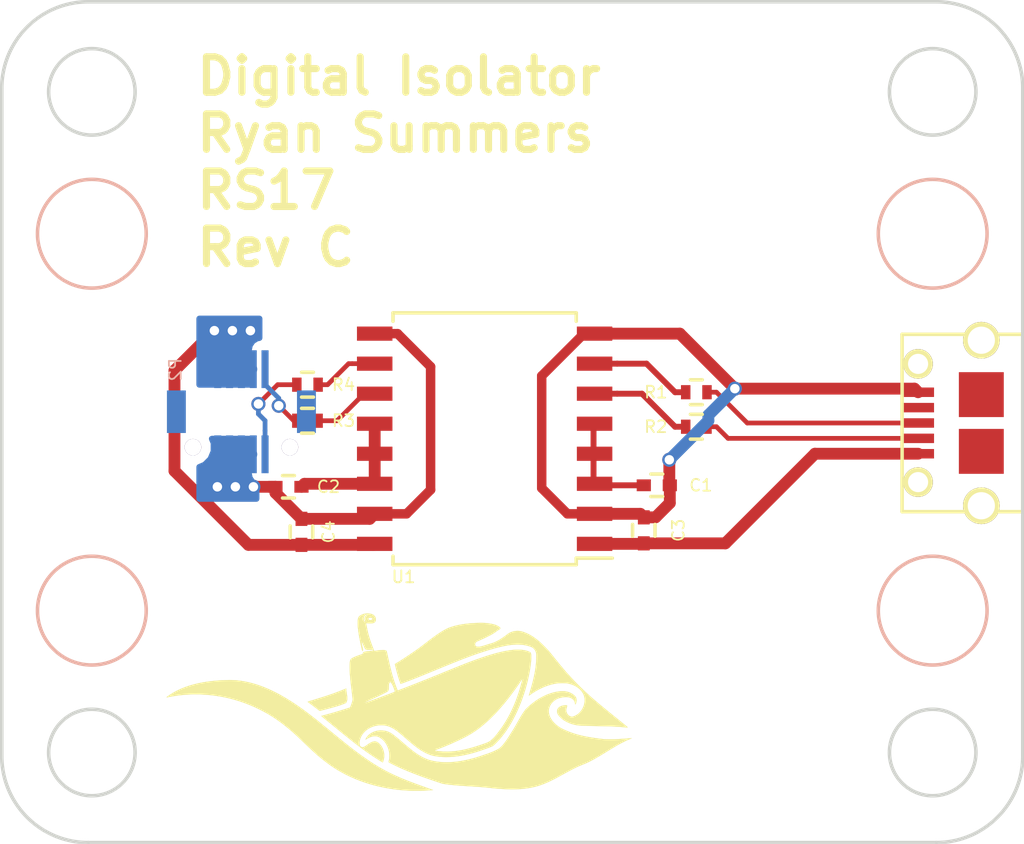
<source format=kicad_pcb>
(kicad_pcb (version 4) (host pcbnew 4.0.5-e0-6337~49~ubuntu16.04.1)

  (general
    (links 0)
    (no_connects 0)
    (area 108.459199 82.663203 151.789201 118.373205)
    (thickness 1.6)
    (drawings 13)
    (tracks 103)
    (zones 0)
    (modules 16)
    (nets 15)
  )

  (page A4)
  (layers
    (0 F.Cu signal)
    (31 B.Cu signal)
    (32 B.Adhes user)
    (33 F.Adhes user)
    (34 B.Paste user)
    (35 F.Paste user)
    (36 B.SilkS user)
    (37 F.SilkS user)
    (38 B.Mask user)
    (39 F.Mask user)
    (40 Dwgs.User user)
    (41 Cmts.User user)
    (42 Eco1.User user)
    (43 Eco2.User user)
    (44 Edge.Cuts user)
    (45 Margin user)
    (46 B.CrtYd user)
    (47 F.CrtYd user)
    (48 B.Fab user hide)
    (49 F.Fab user hide)
  )

  (setup
    (last_trace_width 0.2)
    (trace_clearance 0.18)
    (zone_clearance 0.4)
    (zone_45_only no)
    (trace_min 0.2)
    (segment_width 0.2)
    (edge_width 0.15)
    (via_size 0.6)
    (via_drill 0.4)
    (via_min_size 0.4)
    (via_min_drill 0.3)
    (uvia_size 0.3)
    (uvia_drill 0.1)
    (uvias_allowed no)
    (uvia_min_size 0)
    (uvia_min_drill 0)
    (pcb_text_width 0.3)
    (pcb_text_size 1.5 1.5)
    (mod_edge_width 0.15)
    (mod_text_size 1 1)
    (mod_text_width 0.15)
    (pad_size 1.524 1.524)
    (pad_drill 0.762)
    (pad_to_mask_clearance 0)
    (aux_axis_origin 0 0)
    (visible_elements FFFFFF7F)
    (pcbplotparams
      (layerselection 0x00030_80000001)
      (usegerberextensions false)
      (excludeedgelayer true)
      (linewidth 0.100000)
      (plotframeref false)
      (viasonmask false)
      (mode 1)
      (useauxorigin false)
      (hpglpennumber 1)
      (hpglpenspeed 20)
      (hpglpendiameter 15)
      (hpglpenoverlay 2)
      (psnegative false)
      (psa4output false)
      (plotreference true)
      (plotvalue true)
      (plotinvisibletext false)
      (padsonsilk false)
      (subtractmaskfromsilk false)
      (outputformat 1)
      (mirror false)
      (drillshape 1)
      (scaleselection 1)
      (outputdirectory ""))
  )

  (net 0 "")
  (net 1 /Vdd1)
  (net 2 GND)
  (net 3 /Vdd2)
  (net 4 GNDPWR)
  (net 5 /Vbus1)
  (net 6 "Net-(R1-Pad1)")
  (net 7 "Net-(R2-Pad1)")
  (net 8 "Net-(R3-Pad2)")
  (net 9 "Net-(R4-Pad2)")
  (net 10 /Vbus2)
  (net 11 /usb1+)
  (net 12 /usb1-)
  (net 13 /usb2-)
  (net 14 /usb2+)

  (net_class Default "This is the default net class."
    (clearance 0.18)
    (trace_width 0.2)
    (via_dia 0.6)
    (via_drill 0.4)
    (uvia_dia 0.3)
    (uvia_drill 0.1)
    (add_net /Vbus1)
    (add_net /Vbus2)
    (add_net /Vdd1)
    (add_net /Vdd2)
    (add_net /usb1+)
    (add_net /usb1-)
    (add_net /usb2+)
    (add_net /usb2-)
    (add_net GND)
    (add_net GNDPWR)
    (add_net "Net-(R1-Pad1)")
    (add_net "Net-(R2-Pad1)")
    (add_net "Net-(R3-Pad2)")
    (add_net "Net-(R4-Pad2)")
  )

  (net_class power ""
    (clearance 0.2)
    (trace_width 0.5)
    (via_dia 0.6)
    (via_drill 0.4)
    (uvia_dia 0.3)
    (uvia_drill 0.1)
  )

  (module Capacitors_SMD:C_0402 (layer F.Cu) (tedit 5844CB8E) (tstamp 58253918)
    (at 136.2368 103.1875)
    (descr "Capacitor SMD 0402, reflow soldering, AVX (see smccp.pdf)")
    (tags "capacitor 0402")
    (path /5825391F)
    (attr smd)
    (fp_text reference C1 (at 1.863 0) (layer F.SilkS)
      (effects (font (size 0.5 0.5) (thickness 0.075)))
    )
    (fp_text value 100nF (at 0 1.7) (layer F.Fab)
      (effects (font (size 1 1) (thickness 0.15)))
    )
    (fp_line (start -0.5 0.25) (end -0.5 -0.25) (layer F.Fab) (width 0.15))
    (fp_line (start 0.5 0.25) (end -0.5 0.25) (layer F.Fab) (width 0.15))
    (fp_line (start 0.5 -0.25) (end 0.5 0.25) (layer F.Fab) (width 0.15))
    (fp_line (start -0.5 -0.25) (end 0.5 -0.25) (layer F.Fab) (width 0.15))
    (fp_line (start -1.15 -0.6) (end 1.15 -0.6) (layer F.CrtYd) (width 0.05))
    (fp_line (start -1.15 0.6) (end 1.15 0.6) (layer F.CrtYd) (width 0.05))
    (fp_line (start -1.15 -0.6) (end -1.15 0.6) (layer F.CrtYd) (width 0.05))
    (fp_line (start 1.15 -0.6) (end 1.15 0.6) (layer F.CrtYd) (width 0.05))
    (fp_line (start 0.25 -0.475) (end -0.25 -0.475) (layer F.SilkS) (width 0.15))
    (fp_line (start -0.25 0.475) (end 0.25 0.475) (layer F.SilkS) (width 0.15))
    (pad 1 smd rect (at -0.55 0) (size 0.6 0.5) (layers F.Cu F.Paste F.Mask)
      (net 1 /Vdd1))
    (pad 2 smd rect (at 0.55 0) (size 0.6 0.5) (layers F.Cu F.Paste F.Mask)
      (net 2 GND))
    (model Capacitors_SMD.3dshapes/C_0402.wrl
      (at (xyz 0 0 0))
      (scale (xyz 1 1 1))
      (rotate (xyz 0 0 0))
    )
  )

  (module Capacitors_SMD:C_0402 (layer F.Cu) (tedit 5844CB5B) (tstamp 58253928)
    (at 120.6588 103.251 180)
    (descr "Capacitor SMD 0402, reflow soldering, AVX (see smccp.pdf)")
    (tags "capacitor 0402")
    (path /58253814)
    (attr smd)
    (fp_text reference C2 (at -1.693 0 180) (layer F.SilkS)
      (effects (font (size 0.5 0.5) (thickness 0.075)))
    )
    (fp_text value 100nF (at 0 1.7 180) (layer F.Fab)
      (effects (font (size 1 1) (thickness 0.15)))
    )
    (fp_line (start -0.5 0.25) (end -0.5 -0.25) (layer F.Fab) (width 0.15))
    (fp_line (start 0.5 0.25) (end -0.5 0.25) (layer F.Fab) (width 0.15))
    (fp_line (start 0.5 -0.25) (end 0.5 0.25) (layer F.Fab) (width 0.15))
    (fp_line (start -0.5 -0.25) (end 0.5 -0.25) (layer F.Fab) (width 0.15))
    (fp_line (start -1.15 -0.6) (end 1.15 -0.6) (layer F.CrtYd) (width 0.05))
    (fp_line (start -1.15 0.6) (end 1.15 0.6) (layer F.CrtYd) (width 0.05))
    (fp_line (start -1.15 -0.6) (end -1.15 0.6) (layer F.CrtYd) (width 0.05))
    (fp_line (start 1.15 -0.6) (end 1.15 0.6) (layer F.CrtYd) (width 0.05))
    (fp_line (start 0.25 -0.475) (end -0.25 -0.475) (layer F.SilkS) (width 0.15))
    (fp_line (start -0.25 0.475) (end 0.25 0.475) (layer F.SilkS) (width 0.15))
    (pad 1 smd rect (at -0.55 0 180) (size 0.6 0.5) (layers F.Cu F.Paste F.Mask)
      (net 3 /Vdd2))
    (pad 2 smd rect (at 0.55 0 180) (size 0.6 0.5) (layers F.Cu F.Paste F.Mask)
      (net 4 GNDPWR))
    (model Capacitors_SMD.3dshapes/C_0402.wrl
      (at (xyz 0 0 0))
      (scale (xyz 1 1 1))
      (rotate (xyz 0 0 0))
    )
  )

  (module Capacitors_SMD:C_0402 (layer F.Cu) (tedit 5844CB7D) (tstamp 58253938)
    (at 135.6868 105.0925 90)
    (descr "Capacitor SMD 0402, reflow soldering, AVX (see smccp.pdf)")
    (tags "capacitor 0402")
    (path /58254640)
    (attr smd)
    (fp_text reference C3 (at 0 1.4605 90) (layer F.SilkS)
      (effects (font (size 0.5 0.5) (thickness 0.075)))
    )
    (fp_text value 100nF (at 0 1.7 90) (layer F.Fab)
      (effects (font (size 1 1) (thickness 0.15)))
    )
    (fp_line (start -0.5 0.25) (end -0.5 -0.25) (layer F.Fab) (width 0.15))
    (fp_line (start 0.5 0.25) (end -0.5 0.25) (layer F.Fab) (width 0.15))
    (fp_line (start 0.5 -0.25) (end 0.5 0.25) (layer F.Fab) (width 0.15))
    (fp_line (start -0.5 -0.25) (end 0.5 -0.25) (layer F.Fab) (width 0.15))
    (fp_line (start -1.15 -0.6) (end 1.15 -0.6) (layer F.CrtYd) (width 0.05))
    (fp_line (start -1.15 0.6) (end 1.15 0.6) (layer F.CrtYd) (width 0.05))
    (fp_line (start -1.15 -0.6) (end -1.15 0.6) (layer F.CrtYd) (width 0.05))
    (fp_line (start 1.15 -0.6) (end 1.15 0.6) (layer F.CrtYd) (width 0.05))
    (fp_line (start 0.25 -0.475) (end -0.25 -0.475) (layer F.SilkS) (width 0.15))
    (fp_line (start -0.25 0.475) (end 0.25 0.475) (layer F.SilkS) (width 0.15))
    (pad 1 smd rect (at -0.55 0 90) (size 0.6 0.5) (layers F.Cu F.Paste F.Mask)
      (net 5 /Vbus1))
    (pad 2 smd rect (at 0.55 0 90) (size 0.6 0.5) (layers F.Cu F.Paste F.Mask)
      (net 2 GND))
    (model Capacitors_SMD.3dshapes/C_0402.wrl
      (at (xyz 0 0 0))
      (scale (xyz 1 1 1))
      (rotate (xyz 0 0 0))
    )
  )

  (module robosub_footprints:USB-Micro-B-TH (layer F.Cu) (tedit 58254478) (tstamp 5825394B)
    (at 146.6116 100.5524 90)
    (path /58253306)
    (fp_text reference P1 (at -2.794 -1.016 90) (layer F.SilkS) hide
      (effects (font (size 1 1) (thickness 0.15)))
    )
    (fp_text value USB_OTG (at -0.254 5.842 90) (layer F.Fab)
      (effects (font (size 1 1) (thickness 0.15)))
    )
    (fp_line (start 3.75 5.1) (end -3.75 5.1) (layer F.SilkS) (width 0.15))
    (fp_line (start 3.75 0) (end 3.75 5.1) (layer F.SilkS) (width 0.15))
    (fp_line (start 3.75 0) (end -3.75 0) (layer F.SilkS) (width 0.15))
    (fp_line (start -3.75 0) (end -3.75 5.1) (layer F.SilkS) (width 0.15))
    (pad 3 smd rect (at 0 0.675 90) (size 0.4 1.35) (layers F.Cu F.Paste F.Mask)
      (net 11 /usb1+))
    (pad 2 smd rect (at -0.65 0.675 90) (size 0.4 1.35) (layers F.Cu F.Paste F.Mask)
      (net 12 /usb1-))
    (pad 4 smd rect (at 0.65 0.675 90) (size 0.4 1.35) (layers F.Cu F.Paste F.Mask))
    (pad 5 smd rect (at 1.3 0.675 90) (size 0.4 1.35) (layers F.Cu F.Paste F.Mask)
      (net 2 GND))
    (pad 1 smd rect (at -1.3 0.675 90) (size 0.4 1.35) (layers F.Cu F.Paste F.Mask)
      (net 5 /Vbus1))
    (pad "" smd rect (at 1.2 3.35 90) (size 1.9 1.9) (layers F.Cu F.Paste F.Mask))
    (pad "" smd rect (at -1.2 3.35 90) (size 1.9 1.9) (layers F.Cu F.Paste F.Mask))
    (pad "" thru_hole circle (at -2.5 0.675 90) (size 1.25 1.25) (drill 0.85) (layers *.Cu *.Mask F.SilkS))
    (pad "" thru_hole circle (at 2.5 0.675 90) (size 1.25 1.25) (drill 0.85) (layers *.Cu *.Mask F.SilkS))
    (pad "" thru_hole circle (at -3.5 3.35 90) (size 1.55 1.55) (drill 1.15) (layers *.Cu *.Mask F.SilkS))
    (pad "" thru_hole circle (at 3.5 3.35 90) (size 1.55 1.55) (drill 1.15) (layers *.Cu *.Mask F.SilkS))
    (model ../../../../../../home/ryan/repositories/pcbs/lib/3d-parts/microUSB-TH.wrl
      (at (xyz 0 -0.12 0.06))
      (scale (xyz 400 400 400))
      (rotate (xyz -90 0 0))
    )
  )

  (module Resistors_SMD:R_0402 (layer F.Cu) (tedit 5844CB9B) (tstamp 58253969)
    (at 137.9093 99.2505)
    (descr "Resistor SMD 0402, reflow soldering, Vishay (see dcrcw.pdf)")
    (tags "resistor 0402")
    (path /5825399B)
    (attr smd)
    (fp_text reference R1 (at -1.7145 0) (layer F.SilkS)
      (effects (font (size 0.5 0.5) (thickness 0.075)))
    )
    (fp_text value 24/1% (at 0 1.8) (layer F.Fab)
      (effects (font (size 1 1) (thickness 0.15)))
    )
    (fp_line (start -0.95 -0.65) (end 0.95 -0.65) (layer F.CrtYd) (width 0.05))
    (fp_line (start -0.95 0.65) (end 0.95 0.65) (layer F.CrtYd) (width 0.05))
    (fp_line (start -0.95 -0.65) (end -0.95 0.65) (layer F.CrtYd) (width 0.05))
    (fp_line (start 0.95 -0.65) (end 0.95 0.65) (layer F.CrtYd) (width 0.05))
    (fp_line (start 0.25 -0.525) (end -0.25 -0.525) (layer F.SilkS) (width 0.15))
    (fp_line (start -0.25 0.525) (end 0.25 0.525) (layer F.SilkS) (width 0.15))
    (pad 1 smd rect (at -0.45 0) (size 0.4 0.6) (layers F.Cu F.Paste F.Mask)
      (net 6 "Net-(R1-Pad1)"))
    (pad 2 smd rect (at 0.45 0) (size 0.4 0.6) (layers F.Cu F.Paste F.Mask)
      (net 11 /usb1+))
    (model Resistors_SMD.3dshapes/R_0402.wrl
      (at (xyz 0 0 0))
      (scale (xyz 1 1 1))
      (rotate (xyz 0 0 0))
    )
  )

  (module Resistors_SMD:R_0402 (layer F.Cu) (tedit 5844CB94) (tstamp 58253975)
    (at 137.9093 100.711)
    (descr "Resistor SMD 0402, reflow soldering, Vishay (see dcrcw.pdf)")
    (tags "resistor 0402")
    (path /5825C3F0)
    (attr smd)
    (fp_text reference R2 (at -1.7145 0) (layer F.SilkS)
      (effects (font (size 0.5 0.5) (thickness 0.075)))
    )
    (fp_text value 24/1% (at 0 1.8) (layer F.Fab)
      (effects (font (size 1 1) (thickness 0.15)))
    )
    (fp_line (start -0.95 -0.65) (end 0.95 -0.65) (layer F.CrtYd) (width 0.05))
    (fp_line (start -0.95 0.65) (end 0.95 0.65) (layer F.CrtYd) (width 0.05))
    (fp_line (start -0.95 -0.65) (end -0.95 0.65) (layer F.CrtYd) (width 0.05))
    (fp_line (start 0.95 -0.65) (end 0.95 0.65) (layer F.CrtYd) (width 0.05))
    (fp_line (start 0.25 -0.525) (end -0.25 -0.525) (layer F.SilkS) (width 0.15))
    (fp_line (start -0.25 0.525) (end 0.25 0.525) (layer F.SilkS) (width 0.15))
    (pad 1 smd rect (at -0.45 0) (size 0.4 0.6) (layers F.Cu F.Paste F.Mask)
      (net 7 "Net-(R2-Pad1)"))
    (pad 2 smd rect (at 0.45 0) (size 0.4 0.6) (layers F.Cu F.Paste F.Mask)
      (net 12 /usb1-))
    (model Resistors_SMD.3dshapes/R_0402.wrl
      (at (xyz 0 0 0))
      (scale (xyz 1 1 1))
      (rotate (xyz 0 0 0))
    )
  )

  (module Resistors_SMD:R_0402 (layer F.Cu) (tedit 5844CB49) (tstamp 58253981)
    (at 121.4628 100.457)
    (descr "Resistor SMD 0402, reflow soldering, Vishay (see dcrcw.pdf)")
    (tags "resistor 0402")
    (path /5825C43A)
    (attr smd)
    (fp_text reference R3 (at 1.524 0) (layer F.SilkS)
      (effects (font (size 0.5 0.5) (thickness 0.075)))
    )
    (fp_text value 24/1% (at 0 1.8) (layer F.Fab)
      (effects (font (size 1 1) (thickness 0.15)))
    )
    (fp_line (start -0.95 -0.65) (end 0.95 -0.65) (layer F.CrtYd) (width 0.05))
    (fp_line (start -0.95 0.65) (end 0.95 0.65) (layer F.CrtYd) (width 0.05))
    (fp_line (start -0.95 -0.65) (end -0.95 0.65) (layer F.CrtYd) (width 0.05))
    (fp_line (start 0.95 -0.65) (end 0.95 0.65) (layer F.CrtYd) (width 0.05))
    (fp_line (start 0.25 -0.525) (end -0.25 -0.525) (layer F.SilkS) (width 0.15))
    (fp_line (start -0.25 0.525) (end 0.25 0.525) (layer F.SilkS) (width 0.15))
    (pad 1 smd rect (at -0.45 0) (size 0.4 0.6) (layers F.Cu F.Paste F.Mask)
      (net 13 /usb2-))
    (pad 2 smd rect (at 0.45 0) (size 0.4 0.6) (layers F.Cu F.Paste F.Mask)
      (net 8 "Net-(R3-Pad2)"))
    (model Resistors_SMD.3dshapes/R_0402.wrl
      (at (xyz 0 0 0))
      (scale (xyz 1 1 1))
      (rotate (xyz 0 0 0))
    )
  )

  (module Resistors_SMD:R_0402 (layer F.Cu) (tedit 5844CB53) (tstamp 5825398D)
    (at 121.4628 98.933)
    (descr "Resistor SMD 0402, reflow soldering, Vishay (see dcrcw.pdf)")
    (tags "resistor 0402")
    (path /5825C5CA)
    (attr smd)
    (fp_text reference R4 (at 1.524 0) (layer F.SilkS)
      (effects (font (size 0.5 0.5) (thickness 0.075)))
    )
    (fp_text value 24/1% (at 0 1.8) (layer F.Fab)
      (effects (font (size 1 1) (thickness 0.15)))
    )
    (fp_line (start -0.95 -0.65) (end 0.95 -0.65) (layer F.CrtYd) (width 0.05))
    (fp_line (start -0.95 0.65) (end 0.95 0.65) (layer F.CrtYd) (width 0.05))
    (fp_line (start -0.95 -0.65) (end -0.95 0.65) (layer F.CrtYd) (width 0.05))
    (fp_line (start 0.95 -0.65) (end 0.95 0.65) (layer F.CrtYd) (width 0.05))
    (fp_line (start 0.25 -0.525) (end -0.25 -0.525) (layer F.SilkS) (width 0.15))
    (fp_line (start -0.25 0.525) (end 0.25 0.525) (layer F.SilkS) (width 0.15))
    (pad 1 smd rect (at -0.45 0) (size 0.4 0.6) (layers F.Cu F.Paste F.Mask)
      (net 14 /usb2+))
    (pad 2 smd rect (at 0.45 0) (size 0.4 0.6) (layers F.Cu F.Paste F.Mask)
      (net 9 "Net-(R4-Pad2)"))
    (model Resistors_SMD.3dshapes/R_0402.wrl
      (at (xyz 0 0 0))
      (scale (xyz 1 1 1))
      (rotate (xyz 0 0 0))
    )
  )

  (module Capacitors_SMD:C_0402 (layer F.Cu) (tedit 5844CB62) (tstamp 582539C1)
    (at 121.2088 105.156 90)
    (descr "Capacitor SMD 0402, reflow soldering, AVX (see smccp.pdf)")
    (tags "capacitor 0402")
    (path /58253F45)
    (attr smd)
    (fp_text reference C4 (at 0 1.143 90) (layer F.SilkS)
      (effects (font (size 0.5 0.5) (thickness 0.075)))
    )
    (fp_text value 100nF (at 0 1.7 90) (layer F.Fab)
      (effects (font (size 1 1) (thickness 0.15)))
    )
    (fp_line (start -0.5 0.25) (end -0.5 -0.25) (layer F.Fab) (width 0.15))
    (fp_line (start 0.5 0.25) (end -0.5 0.25) (layer F.Fab) (width 0.15))
    (fp_line (start 0.5 -0.25) (end 0.5 0.25) (layer F.Fab) (width 0.15))
    (fp_line (start -0.5 -0.25) (end 0.5 -0.25) (layer F.Fab) (width 0.15))
    (fp_line (start -1.15 -0.6) (end 1.15 -0.6) (layer F.CrtYd) (width 0.05))
    (fp_line (start -1.15 0.6) (end 1.15 0.6) (layer F.CrtYd) (width 0.05))
    (fp_line (start -1.15 -0.6) (end -1.15 0.6) (layer F.CrtYd) (width 0.05))
    (fp_line (start 1.15 -0.6) (end 1.15 0.6) (layer F.CrtYd) (width 0.05))
    (fp_line (start 0.25 -0.475) (end -0.25 -0.475) (layer F.SilkS) (width 0.15))
    (fp_line (start -0.25 0.475) (end 0.25 0.475) (layer F.SilkS) (width 0.15))
    (pad 1 smd rect (at -0.55 0 90) (size 0.6 0.5) (layers F.Cu F.Paste F.Mask)
      (net 10 /Vbus2))
    (pad 2 smd rect (at 0.55 0 90) (size 0.6 0.5) (layers F.Cu F.Paste F.Mask)
      (net 4 GNDPWR))
    (model Capacitors_SMD.3dshapes/C_0402.wrl
      (at (xyz 0 0 0))
      (scale (xyz 1 1 1))
      (rotate (xyz 0 0 0))
    )
  )

  (module Housings_SOIC:SOIC-16W_7.5x10.3mm_Pitch1.27mm (layer F.Cu) (tedit 5844CB71) (tstamp 5844CA23)
    (at 128.9558 101.219 180)
    (descr "16-Lead Plastic Small Outline (SO) - Wide, 7.50 mm Body [SOIC] (see Microchip Packaging Specification 00000049BS.pdf)")
    (tags "SOIC 1.27")
    (path /582533A7)
    (attr smd)
    (fp_text reference U1 (at 3.429 -5.842 180) (layer F.SilkS)
      (effects (font (size 0.5 0.5) (thickness 0.075)))
    )
    (fp_text value ADUM3160 (at 0 6.25 180) (layer F.Fab)
      (effects (font (size 1 1) (thickness 0.15)))
    )
    (fp_line (start -2.75 -5.15) (end 3.75 -5.15) (layer F.Fab) (width 0.15))
    (fp_line (start 3.75 -5.15) (end 3.75 5.15) (layer F.Fab) (width 0.15))
    (fp_line (start 3.75 5.15) (end -3.75 5.15) (layer F.Fab) (width 0.15))
    (fp_line (start -3.75 5.15) (end -3.75 -4.15) (layer F.Fab) (width 0.15))
    (fp_line (start -3.75 -4.15) (end -2.75 -5.15) (layer F.Fab) (width 0.15))
    (fp_line (start -5.65 -5.5) (end -5.65 5.5) (layer F.CrtYd) (width 0.05))
    (fp_line (start 5.65 -5.5) (end 5.65 5.5) (layer F.CrtYd) (width 0.05))
    (fp_line (start -5.65 -5.5) (end 5.65 -5.5) (layer F.CrtYd) (width 0.05))
    (fp_line (start -5.65 5.5) (end 5.65 5.5) (layer F.CrtYd) (width 0.05))
    (fp_line (start -3.875 -5.325) (end -3.875 -5.05) (layer F.SilkS) (width 0.15))
    (fp_line (start 3.875 -5.325) (end 3.875 -4.97) (layer F.SilkS) (width 0.15))
    (fp_line (start 3.875 5.325) (end 3.875 4.97) (layer F.SilkS) (width 0.15))
    (fp_line (start -3.875 5.325) (end -3.875 4.97) (layer F.SilkS) (width 0.15))
    (fp_line (start -3.875 -5.325) (end 3.875 -5.325) (layer F.SilkS) (width 0.15))
    (fp_line (start -3.875 5.325) (end 3.875 5.325) (layer F.SilkS) (width 0.15))
    (fp_line (start -3.875 -5.05) (end -5.4 -5.05) (layer F.SilkS) (width 0.15))
    (pad 1 smd rect (at -4.65 -4.445 180) (size 1.5 0.6) (layers F.Cu F.Paste F.Mask)
      (net 5 /Vbus1))
    (pad 2 smd rect (at -4.65 -3.175 180) (size 1.5 0.6) (layers F.Cu F.Paste F.Mask)
      (net 2 GND))
    (pad 3 smd rect (at -4.65 -1.905 180) (size 1.5 0.6) (layers F.Cu F.Paste F.Mask)
      (net 1 /Vdd1))
    (pad 4 smd rect (at -4.65 -0.635 180) (size 1.5 0.6) (layers F.Cu F.Paste F.Mask)
      (net 1 /Vdd1))
    (pad 5 smd rect (at -4.65 0.635 180) (size 1.5 0.6) (layers F.Cu F.Paste F.Mask)
      (net 1 /Vdd1))
    (pad 6 smd rect (at -4.65 1.905 180) (size 1.5 0.6) (layers F.Cu F.Paste F.Mask)
      (net 7 "Net-(R2-Pad1)"))
    (pad 7 smd rect (at -4.65 3.175 180) (size 1.5 0.6) (layers F.Cu F.Paste F.Mask)
      (net 6 "Net-(R1-Pad1)"))
    (pad 8 smd rect (at -4.65 4.445 180) (size 1.5 0.6) (layers F.Cu F.Paste F.Mask)
      (net 2 GND))
    (pad 9 smd rect (at 4.65 4.445 180) (size 1.5 0.6) (layers F.Cu F.Paste F.Mask)
      (net 4 GNDPWR))
    (pad 10 smd rect (at 4.65 3.175 180) (size 1.5 0.6) (layers F.Cu F.Paste F.Mask)
      (net 9 "Net-(R4-Pad2)"))
    (pad 11 smd rect (at 4.65 1.905 180) (size 1.5 0.6) (layers F.Cu F.Paste F.Mask)
      (net 8 "Net-(R3-Pad2)"))
    (pad 12 smd rect (at 4.65 0.635 180) (size 1.5 0.6) (layers F.Cu F.Paste F.Mask)
      (net 3 /Vdd2))
    (pad 13 smd rect (at 4.65 -0.635 180) (size 1.5 0.6) (layers F.Cu F.Paste F.Mask)
      (net 3 /Vdd2))
    (pad 14 smd rect (at 4.65 -1.905 180) (size 1.5 0.6) (layers F.Cu F.Paste F.Mask)
      (net 3 /Vdd2))
    (pad 15 smd rect (at 4.65 -3.175 180) (size 1.5 0.6) (layers F.Cu F.Paste F.Mask)
      (net 4 GNDPWR))
    (pad 16 smd rect (at 4.65 -4.445 180) (size 1.5 0.6) (layers F.Cu F.Paste F.Mask)
      (net 10 /Vbus2))
    (model Housings_SOIC.3dshapes/SOIC-16_7.5x10.3mm_Pitch1.27mm.wrl
      (at (xyz 0 0 0))
      (scale (xyz 1 1 1))
      (rotate (xyz 0 0 0))
    )
  )

  (module robosub_footprints:3mm-10pos-outer-shroud (layer B.Cu) (tedit 5844BFA0) (tstamp 5844CCF3)
    (at 118.6688 100.076)
    (path /5844C9DD)
    (attr smd)
    (fp_text reference P2 (at -2.794 -1.778 270) (layer B.SilkS)
      (effects (font (size 0.5 0.5) (thickness 0.075)) (justify mirror))
    )
    (fp_text value Mezzanine-Receptacle (at -0.762 -3.81) (layer B.Fab)
      (effects (font (size 1 1) (thickness 0.15)) (justify mirror))
    )
    (pad "" thru_hole circle (at 2.05 1.5) (size 0.7 0.7) (drill 0.7) (layers *.Cu *.Mask))
    (pad "" thru_hole circle (at -2.05 1.5) (size 0.7 0.7) (drill 0.7) (layers *.Cu *.Mask))
    (pad 5 smd rect (at 0 -1.8) (size 0.3 1.6) (layers B.Cu B.Paste B.Mask)
      (net 10 /Vbus2))
    (pad 9 smd rect (at 1 -1.8) (size 0.3 1.6) (layers B.Cu B.Paste B.Mask)
      (net 13 /usb2-))
    (pad 7 smd rect (at 0.5 -1.8) (size 0.3 1.6) (layers B.Cu B.Paste B.Mask)
      (net 10 /Vbus2))
    (pad 1 smd rect (at -1 -1.8) (size 0.3 1.6) (layers B.Cu B.Paste B.Mask)
      (net 10 /Vbus2))
    (pad 3 smd rect (at -0.5 -1.8) (size 0.3 1.6) (layers B.Cu B.Paste B.Mask)
      (net 10 /Vbus2))
    (pad 6 smd rect (at 0 1.8) (size 0.3 1.6) (layers B.Cu B.Paste B.Mask)
      (net 4 GNDPWR))
    (pad 4 smd rect (at -0.5 1.8) (size 0.3 1.6) (layers B.Cu B.Paste B.Mask)
      (net 4 GNDPWR))
    (pad 2 smd rect (at -1 1.8) (size 0.3 1.6) (layers B.Cu B.Paste B.Mask)
      (net 4 GNDPWR))
    (pad 10 smd rect (at 1 1.8) (size 0.3 1.6) (layers B.Cu B.Paste B.Mask)
      (net 14 /usb2+))
    (pad 8 smd rect (at 0.5 1.8) (size 0.3 1.6) (layers B.Cu B.Paste B.Mask)
      (net 4 GNDPWR))
    (pad "" smd rect (at 2.75 0) (size 0.8 1.8) (layers B.Cu B.Paste B.Mask))
    (pad "" smd rect (at -2.75 0) (size 0.8 1.8) (layers B.Cu B.Paste B.Mask))
    (model robosub.3dshapes/3mm-10pos-outer-shroud.wrl
      (at (xyz 0 0 0))
      (scale (xyz 0.4 0.4 0.4))
      (rotate (xyz -90 0 0))
    )
  )

  (module robosub_footprints:3mm-support (layer B.Cu) (tedit 58B1B9D1) (tstamp 58B1C572)
    (at 147.9042 108.488204)
    (path /58B1E3D4)
    (fp_text reference P3 (at 3.81 -1.27) (layer B.SilkS) hide
      (effects (font (size 1 1) (thickness 0.15)) (justify mirror))
    )
    (fp_text value CONN_01X01 (at 0 0.5) (layer B.Fab)
      (effects (font (size 1 1) (thickness 0.15)) (justify mirror))
    )
    (fp_circle (center 0 0) (end 2.3 0) (layer B.SilkS) (width 0.15))
    (pad "" np_thru_hole circle (at 0 0) (size 2.5 2.5) (drill 2.5) (layers *.Cu *.Mask))
    (model robosub.3dshapes/3mm-support.wrl
      (at (xyz 0 0 0.118))
      (scale (xyz 0.4 0.4 0.4))
      (rotate (xyz 90 0 0))
    )
  )

  (module robosub_footprints:3mm-support (layer B.Cu) (tedit 58B1B9D1) (tstamp 58B1C578)
    (at 147.9042 92.548204)
    (path /5844D3EF)
    (fp_text reference P4 (at 3.81 -1.27) (layer B.SilkS) hide
      (effects (font (size 1 1) (thickness 0.15)) (justify mirror))
    )
    (fp_text value CONN_01X01 (at 0 0.5) (layer B.Fab)
      (effects (font (size 1 1) (thickness 0.15)) (justify mirror))
    )
    (fp_circle (center 0 0) (end 2.3 0) (layer B.SilkS) (width 0.15))
    (pad "" np_thru_hole circle (at 0 0) (size 2.5 2.5) (drill 2.5) (layers *.Cu *.Mask))
    (model robosub.3dshapes/3mm-support.wrl
      (at (xyz 0 0 0.118))
      (scale (xyz 0.4 0.4 0.4))
      (rotate (xyz 90 0 0))
    )
  )

  (module robosub_footprints:3mm-support (layer B.Cu) (tedit 58B1B9D1) (tstamp 58B1C57E)
    (at 112.3442 108.488204)
    (path /58B1E413)
    (fp_text reference P5 (at 3.81 -1.27) (layer B.SilkS) hide
      (effects (font (size 1 1) (thickness 0.15)) (justify mirror))
    )
    (fp_text value CONN_01X01 (at 0 0.5) (layer B.Fab)
      (effects (font (size 1 1) (thickness 0.15)) (justify mirror))
    )
    (fp_circle (center 0 0) (end 2.3 0) (layer B.SilkS) (width 0.15))
    (pad "" np_thru_hole circle (at 0 0) (size 2.5 2.5) (drill 2.5) (layers *.Cu *.Mask))
    (model robosub.3dshapes/3mm-support.wrl
      (at (xyz 0 0 0.118))
      (scale (xyz 0.4 0.4 0.4))
      (rotate (xyz 90 0 0))
    )
  )

  (module robosub_footprints:3mm-support (layer B.Cu) (tedit 58B1B9D1) (tstamp 58B1C584)
    (at 112.3442 92.548204)
    (path /58B1E455)
    (fp_text reference P6 (at 3.81 -1.27) (layer B.SilkS) hide
      (effects (font (size 1 1) (thickness 0.15)) (justify mirror))
    )
    (fp_text value CONN_01X01 (at 0 0.5) (layer B.Fab)
      (effects (font (size 1 1) (thickness 0.15)) (justify mirror))
    )
    (fp_circle (center 0 0) (end 2.3 0) (layer B.SilkS) (width 0.15))
    (pad "" np_thru_hole circle (at 0 0) (size 2.5 2.5) (drill 2.5) (layers *.Cu *.Mask))
    (model robosub.3dshapes/3mm-support.wrl
      (at (xyz 0 0 0.118))
      (scale (xyz 0.4 0.4 0.4))
      (rotate (xyz 90 0 0))
    )
  )

  (module robosub_footprints:robosub_logo-large (layer F.Cu) (tedit 0) (tstamp 58B1CCBD)
    (at 125.476 112.5982)
    (fp_text reference G*** (at 0 0) (layer F.SilkS) hide
      (effects (font (thickness 0.3)))
    )
    (fp_text value LOGO (at 0.75 0) (layer F.SilkS) hide
      (effects (font (thickness 0.3)))
    )
    (fp_poly (pts (xy -7.261044 -1.173558) (xy -7.216409 -1.173151) (xy -7.176417 -1.172342) (xy -7.139394 -1.171046)
      (xy -7.103663 -1.169181) (xy -7.067549 -1.166662) (xy -7.029374 -1.163407) (xy -6.987463 -1.15933)
      (xy -6.953069 -1.155737) (xy -6.798723 -1.135898) (xy -6.643232 -1.109171) (xy -6.486482 -1.075507)
      (xy -6.328358 -1.034861) (xy -6.168746 -0.987184) (xy -6.00753 -0.93243) (xy -5.844595 -0.870552)
      (xy -5.679828 -0.801502) (xy -5.513113 -0.725234) (xy -5.344336 -0.641699) (xy -5.173382 -0.550852)
      (xy -5.000137 -0.452644) (xy -4.824485 -0.347029) (xy -4.646312 -0.23396) (xy -4.54 -0.16376)
      (xy -4.473866 -0.119145) (xy -4.408044 -0.074063) (xy -4.34216 -0.028229) (xy -4.275843 0.018641)
      (xy -4.208721 0.066833) (xy -4.140419 0.116631) (xy -4.070568 0.168321) (xy -3.998793 0.222186)
      (xy -3.924722 0.278513) (xy -3.847983 0.337585) (xy -3.768204 0.399689) (xy -3.685012 0.465108)
      (xy -3.598035 0.534128) (xy -3.506899 0.607033) (xy -3.411234 0.684109) (xy -3.310665 0.76564)
      (xy -3.204821 0.851911) (xy -3.1 0.937735) (xy -3.00952 1.011928) (xy -2.924831 1.081296)
      (xy -2.845576 1.146127) (xy -2.771393 1.20671) (xy -2.701924 1.263332) (xy -2.636809 1.316283)
      (xy -2.575688 1.36585) (xy -2.518201 1.412322) (xy -2.463989 1.455987) (xy -2.412692 1.497134)
      (xy -2.36395 1.536051) (xy -2.317403 1.573027) (xy -2.272692 1.608349) (xy -2.229457 1.642306)
      (xy -2.187339 1.675187) (xy -2.145977 1.70728) (xy -2.105012 1.738873) (xy -2.064084 1.770255)
      (xy -2.022834 1.801713) (xy -2.012 1.809949) (xy -1.885049 1.905148) (xy -1.75763 1.998236)
      (xy -1.630439 2.088745) (xy -1.504173 2.176209) (xy -1.37953 2.26016) (xy -1.257207 2.34013)
      (xy -1.1379 2.415652) (xy -1.022306 2.486258) (xy -0.911122 2.551481) (xy -0.88 2.569211)
      (xy -0.786719 2.620795) (xy -0.68703 2.67369) (xy -0.582278 2.727222) (xy -0.473806 2.780721)
      (xy -0.362959 2.833516) (xy -0.25108 2.884933) (xy -0.223726 2.897217) (xy -0.137439 2.935197)
      (xy -0.046941 2.973869) (xy 0.048098 3.01336) (xy 0.148007 3.053796) (xy 0.253115 3.095303)
      (xy 0.363753 3.138007) (xy 0.480248 3.182034) (xy 0.60293 3.227512) (xy 0.732129 3.274564)
      (xy 0.868175 3.323319) (xy 1.011395 3.373902) (xy 1.116 3.410432) (xy 1.150846 3.42255)
      (xy 1.183459 3.433895) (xy 1.213041 3.444188) (xy 1.238793 3.453153) (xy 1.259918 3.460511)
      (xy 1.275618 3.465985) (xy 1.285097 3.469297) (xy 1.287572 3.470169) (xy 1.291477 3.472956)
      (xy 1.291242 3.474091) (xy 1.28623 3.475429) (xy 1.274016 3.477113) (xy 1.25539 3.479086)
      (xy 1.231138 3.481295) (xy 1.202051 3.483685) (xy 1.168915 3.4862) (xy 1.132519 3.488786)
      (xy 1.093653 3.49139) (xy 1.053103 3.493955) (xy 1.01166 3.496427) (xy 0.97011 3.498751)
      (xy 0.929242 3.500874) (xy 0.889846 3.502739) (xy 0.86 3.504006) (xy 0.829138 3.504998)
      (xy 0.791569 3.505807) (xy 0.748582 3.506436) (xy 0.701466 3.506884) (xy 0.651511 3.507152)
      (xy 0.600008 3.507242) (xy 0.548247 3.507152) (xy 0.497516 3.506886) (xy 0.449106 3.506442)
      (xy 0.404307 3.505822) (xy 0.364409 3.505026) (xy 0.330701 3.504054) (xy 0.322 3.503729)
      (xy 0.097961 3.4913) (xy -0.124556 3.471964) (xy -0.345248 3.445803) (xy -0.563813 3.412897)
      (xy -0.779948 3.373328) (xy -0.99335 3.327177) (xy -1.203716 3.274524) (xy -1.410742 3.215451)
      (xy -1.614127 3.150037) (xy -1.813567 3.078365) (xy -2.00876 3.000515) (xy -2.199401 2.916568)
      (xy -2.38519 2.826605) (xy -2.56 2.733935) (xy -2.6526 2.681628) (xy -2.741593 2.629175)
      (xy -2.828195 2.575769) (xy -2.913619 2.520603) (xy -2.999079 2.462868) (xy -3.085791 2.401757)
      (xy -3.174968 2.336463) (xy -3.267824 2.266179) (xy -3.296 2.244448) (xy -3.344157 2.206941)
      (xy -3.390333 2.170488) (xy -3.435047 2.13463) (xy -3.478819 2.098908) (xy -3.522168 2.062861)
      (xy -3.565614 2.026029) (xy -3.609676 1.987953) (xy -3.654873 1.948173) (xy -3.701725 1.906229)
      (xy -3.750752 1.861662) (xy -3.802472 1.814011) (xy -3.857406 1.762816) (xy -3.916072 1.707619)
      (xy -3.97899 1.647958) (xy -4.04668 1.583375) (xy -4.093756 1.538277) (xy -4.163558 1.471379)
      (xy -4.228079 1.409689) (xy -4.287749 1.352819) (xy -4.343001 1.300377) (xy -4.394267 1.251973)
      (xy -4.441978 1.207217) (xy -4.486567 1.165718) (xy -4.528466 1.127087) (xy -4.568106 1.090933)
      (xy -4.60592 1.056866) (xy -4.642338 1.024495) (xy -4.677794 0.993431) (xy -4.712719 0.963283)
      (xy -4.747545 0.93366) (xy -4.782704 0.904172) (xy -4.818628 0.87443) (xy -4.855748 0.844043)
      (xy -4.894497 0.81262) (xy -4.916 0.795285) (xy -5.039476 0.69779) (xy -5.160011 0.606509)
      (xy -5.278692 0.520743) (xy -5.396605 0.439791) (xy -5.514833 0.362954) (xy -5.634462 0.289532)
      (xy -5.756578 0.218826) (xy -5.882266 0.150135) (xy -6.012611 0.08276) (xy -6.05 0.06408)
      (xy -6.24818 -0.029849) (xy -6.449086 -0.116429) (xy -6.652488 -0.195615) (xy -6.858154 -0.267361)
      (xy -7.065852 -0.331622) (xy -7.27535 -0.388351) (xy -7.486415 -0.437504) (xy -7.698817 -0.479034)
      (xy -7.912323 -0.512895) (xy -8.126702 -0.539043) (xy -8.341721 -0.557431) (xy -8.557149 -0.568014)
      (xy -8.772754 -0.570745) (xy -8.988303 -0.56558) (xy -9.186 -0.553842) (xy -9.356537 -0.538091)
      (xy -9.527748 -0.516962) (xy -9.697133 -0.4908) (xy -9.854113 -0.461592) (xy -9.887651 -0.454824)
      (xy -9.914171 -0.449538) (xy -9.934491 -0.445601) (xy -9.949427 -0.442884) (xy -9.959799 -0.441257)
      (xy -9.966424 -0.440589) (xy -9.97012 -0.440749) (xy -9.971703 -0.441607) (xy -9.972001 -0.442778)
      (xy -9.968668 -0.448848) (xy -9.959015 -0.458678) (xy -9.943555 -0.471873) (xy -9.922804 -0.488038)
      (xy -9.897278 -0.506779) (xy -9.86749 -0.527699) (xy -9.833956 -0.550405) (xy -9.81746 -0.56131)
      (xy -9.694822 -0.637286) (xy -9.565979 -0.708329) (xy -9.431063 -0.774391) (xy -9.290206 -0.835423)
      (xy -9.143538 -0.891377) (xy -8.991193 -0.942205) (xy -8.8333 -0.987858) (xy -8.669991 -1.028287)
      (xy -8.501399 -1.063444) (xy -8.410964 -1.07975) (xy -8.263748 -1.10291) (xy -8.111218 -1.123098)
      (xy -7.955353 -1.140147) (xy -7.798134 -1.153887) (xy -7.641539 -1.164148) (xy -7.48755 -1.170763)
      (xy -7.338145 -1.173561) (xy -7.312 -1.173646) (xy -7.261044 -1.173558)) (layer F.SilkS) (width 0.01))
    (fp_poly (pts (xy 6.83964 -0.701523) (xy 6.915379 -0.692123) (xy 6.988567 -0.676261) (xy 7.058336 -0.654094)
      (xy 7.123812 -0.625776) (xy 7.136 -0.619555) (xy 7.170853 -0.599629) (xy 7.205302 -0.576846)
      (xy 7.238273 -0.552139) (xy 7.268693 -0.526441) (xy 7.295486 -0.500687) (xy 7.31758 -0.475808)
      (xy 7.333899 -0.452739) (xy 7.339189 -0.442957) (xy 7.355834 -0.39904) (xy 7.365201 -0.352717)
      (xy 7.367241 -0.305011) (xy 7.361904 -0.256943) (xy 7.350348 -0.213024) (xy 7.34284 -0.192798)
      (xy 7.334521 -0.173358) (xy 7.326408 -0.156907) (xy 7.319519 -0.145651) (xy 7.318869 -0.144811)
      (xy 7.314101 -0.142318) (xy 7.310355 -0.146759) (xy 7.308279 -0.15708) (xy 7.308061 -0.162488)
      (xy 7.306609 -0.17617) (xy 7.302766 -0.195074) (xy 7.297147 -0.217009) (xy 7.290369 -0.239786)
      (xy 7.283048 -0.261212) (xy 7.2758 -0.279097) (xy 7.274457 -0.281966) (xy 7.253273 -0.316963)
      (xy 7.22517 -0.349083) (xy 7.190854 -0.377875) (xy 7.151029 -0.402888) (xy 7.106402 -0.423671)
      (xy 7.057675 -0.439773) (xy 7.012295 -0.449658) (xy 6.985529 -0.452943) (xy 6.95326 -0.454984)
      (xy 6.917885 -0.455775) (xy 6.881804 -0.455311) (xy 6.847416 -0.453585) (xy 6.817121 -0.450593)
      (xy 6.813763 -0.450133) (xy 6.786898 -0.445797) (xy 6.756061 -0.439976) (xy 6.723199 -0.433113)
      (xy 6.690259 -0.42565) (xy 6.659188 -0.41803) (xy 6.631931 -0.410696) (xy 6.610437 -0.404092)
      (xy 6.60865 -0.403478) (xy 6.547927 -0.378538) (xy 6.489152 -0.346937) (xy 6.433377 -0.309492)
      (xy 6.381653 -0.267023) (xy 6.335032 -0.220349) (xy 6.294564 -0.170288) (xy 6.278082 -0.146)
      (xy 6.247645 -0.092079) (xy 6.22291 -0.035126) (xy 6.204677 0.022866) (xy 6.197801 0.054)
      (xy 6.193885 0.084475) (xy 6.192175 0.120161) (xy 6.192583 0.158604) (xy 6.19502 0.197348)
      (xy 6.199399 0.233941) (xy 6.205371 0.264867) (xy 6.226675 0.335784) (xy 6.255754 0.405092)
      (xy 6.292524 0.472665) (xy 6.336898 0.538376) (xy 6.388793 0.6021) (xy 6.448122 0.663712)
      (xy 6.514799 0.723085) (xy 6.518 0.725725) (xy 6.556789 0.756785) (xy 6.593668 0.784384)
      (xy 6.630261 0.809549) (xy 6.66819 0.833303) (xy 6.709081 0.856669) (xy 6.754556 0.880674)
      (xy 6.798 0.902329) (xy 6.893016 0.946955) (xy 6.989521 0.988702) (xy 7.088064 1.027719)
      (xy 7.189194 1.064153) (xy 7.29346 1.09815) (xy 7.40141 1.129857) (xy 7.513594 1.159422)
      (xy 7.63056 1.186992) (xy 7.752858 1.212713) (xy 7.881036 1.236733) (xy 8.015644 1.259198)
      (xy 8.15723 1.280256) (xy 8.262 1.294395) (xy 8.319598 1.301839) (xy 8.370232 1.308289)
      (xy 8.414868 1.313815) (xy 8.454471 1.318488) (xy 8.490007 1.322377) (xy 8.52244 1.325553)
      (xy 8.552735 1.328083) (xy 8.581859 1.33004) (xy 8.610777 1.331491) (xy 8.640453 1.332508)
      (xy 8.671854 1.33316) (xy 8.705944 1.333516) (xy 8.74369 1.333647) (xy 8.786055 1.333623)
      (xy 8.804 1.333586) (xy 8.840625 1.33347) (xy 8.874133 1.33327) (xy 8.905315 1.332949)
      (xy 8.934967 1.332471) (xy 8.96388 1.331796) (xy 8.992849 1.330889) (xy 9.022665 1.329711)
      (xy 9.054124 1.328225) (xy 9.088017 1.326394) (xy 9.125138 1.32418) (xy 9.166281 1.321546)
      (xy 9.212238 1.318455) (xy 9.263803 1.314868) (xy 9.32177 1.310749) (xy 9.386 1.306127)
      (xy 9.425819 1.303267) (xy 9.464698 1.300505) (xy 9.501596 1.297913) (xy 9.535473 1.295562)
      (xy 9.565289 1.293525) (xy 9.590003 1.291873) (xy 9.608576 1.290678) (xy 9.618 1.290116)
      (xy 9.638432 1.28888) (xy 9.658178 1.2875) (xy 9.674489 1.286176) (xy 9.682 1.285435)
      (xy 9.692144 1.284605) (xy 9.697244 1.285098) (xy 9.6969 1.287158) (xy 9.690711 1.291032)
      (xy 9.678276 1.296963) (xy 9.659196 1.305196) (xy 9.633069 1.315976) (xy 9.63 1.317226)
      (xy 9.538171 1.356187) (xy 9.4433 1.399651) (xy 9.34492 1.447858) (xy 9.242564 1.501043)
      (xy 9.135767 1.559445) (xy 9.024063 1.623303) (xy 8.984 1.646821) (xy 8.962845 1.659408)
      (xy 8.93575 1.675673) (xy 8.903583 1.695087) (xy 8.867211 1.717121) (xy 8.827499 1.741249)
      (xy 8.785314 1.766942) (xy 8.741523 1.793673) (xy 8.696993 1.820913) (xy 8.65259 1.848134)
      (xy 8.609181 1.87481) (xy 8.567632 1.900411) (xy 8.564 1.902653) (xy 8.455309 1.969179)
      (xy 8.352607 2.030854) (xy 8.255631 2.08782) (xy 8.164116 2.140217) (xy 8.0778 2.188188)
      (xy 7.99642 2.231873) (xy 7.919713 2.271413) (xy 7.847414 2.30695) (xy 7.779262 2.338625)
      (xy 7.714992 2.366578) (xy 7.654343 2.390952) (xy 7.65169 2.391968) (xy 7.603147 2.410912)
      (xy 7.554368 2.430747) (xy 7.504849 2.451723) (xy 7.454084 2.474088) (xy 7.401572 2.498091)
      (xy 7.346808 2.523983) (xy 7.289287 2.552013) (xy 7.228507 2.582429) (xy 7.163962 2.615481)
      (xy 7.09515 2.651418) (xy 7.021567 2.69049) (xy 6.942707 2.732945) (xy 6.858069 2.779034)
      (xy 6.767147 2.829004) (xy 6.758 2.834053) (xy 6.667467 2.883752) (xy 6.58306 2.929461)
      (xy 6.504155 2.971489) (xy 6.430131 3.010143) (xy 6.360363 3.04573) (xy 6.29423 3.078558)
      (xy 6.231107 3.108934) (xy 6.170374 3.137165) (xy 6.111405 3.16356) (xy 6.05358 3.188425)
      (xy 5.996274 3.212067) (xy 5.974 3.220996) (xy 5.854351 3.265574) (xy 5.732624 3.304891)
      (xy 5.608093 3.339105) (xy 5.480031 3.368373) (xy 5.347713 3.392855) (xy 5.210412 3.412707)
      (xy 5.067401 3.428089) (xy 4.996 3.433969) (xy 4.974605 3.435387) (xy 4.947822 3.436881)
      (xy 4.916786 3.438411) (xy 4.882632 3.439938) (xy 4.846496 3.441421) (xy 4.809512 3.442822)
      (xy 4.772816 3.444099) (xy 4.737543 3.445213) (xy 4.704829 3.446124) (xy 4.675808 3.446792)
      (xy 4.651616 3.447178) (xy 4.633389 3.447241) (xy 4.624 3.447039) (xy 4.613715 3.446694)
      (xy 4.597321 3.446289) (xy 4.576706 3.445864) (xy 4.55376 3.44546) (xy 4.542 3.445278)
      (xy 4.484941 3.444012) (xy 4.421768 3.441847) (xy 4.353795 3.438873) (xy 4.282338 3.435177)
      (xy 4.20871 3.43085) (xy 4.134228 3.42598) (xy 4.060204 3.420656) (xy 3.987955 3.414968)
      (xy 3.918795 3.409005) (xy 3.854038 3.402856) (xy 3.795 3.396609) (xy 3.756 3.392005)
      (xy 3.712965 3.386785) (xy 3.669235 3.38176) (xy 3.624282 3.376888) (xy 3.577578 3.372127)
      (xy 3.528595 3.367433) (xy 3.476805 3.362764) (xy 3.421681 3.358078) (xy 3.362695 3.353331)
      (xy 3.299319 3.348481) (xy 3.231024 3.343485) (xy 3.157284 3.338301) (xy 3.07757 3.332886)
      (xy 2.991354 3.327197) (xy 2.898109 3.321191) (xy 2.816 3.315999) (xy 2.711125 3.309313)
      (xy 2.613664 3.302882) (xy 2.523035 3.296653) (xy 2.438655 3.290574) (xy 2.359945 3.284593)
      (xy 2.286323 3.278658) (xy 2.217207 3.272717) (xy 2.152017 3.266719) (xy 2.09017 3.260611)
      (xy 2.031086 3.254342) (xy 1.974184 3.247859) (xy 1.918882 3.24111) (xy 1.864599 3.234044)
      (xy 1.810754 3.226608) (xy 1.802 3.225361) (xy 1.702 3.21105) (xy 1.452 3.127074)
      (xy 1.295642 3.074167) (xy 1.146596 3.022927) (xy 1.004391 2.973172) (xy 0.868555 2.924722)
      (xy 0.738616 2.877393) (xy 0.614103 2.831003) (xy 0.494544 2.785372) (xy 0.379469 2.740317)
      (xy 0.268405 2.695657) (xy 0.160881 2.651209) (xy 0.056426 2.606791) (xy -0.045433 2.562222)
      (xy -0.145165 2.51732) (xy -0.228 2.479045) (xy -0.256232 2.465723) (xy -0.287129 2.450927)
      (xy -0.319889 2.43506) (xy -0.353708 2.418524) (xy -0.387782 2.401723) (xy -0.421307 2.38506)
      (xy -0.453481 2.368939) (xy -0.483499 2.353762) (xy -0.510558 2.339932) (xy -0.533854 2.327854)
      (xy -0.552583 2.317929) (xy -0.565942 2.310561) (xy -0.573127 2.306154) (xy -0.573928 2.305501)
      (xy -0.578609 2.295654) (xy -0.579838 2.279676) (xy -0.577684 2.258618) (xy -0.572217 2.233531)
      (xy -0.568274 2.21984) (xy -0.563047 2.202711) (xy -0.559079 2.188552) (xy -0.556105 2.175658)
      (xy -0.553859 2.162322) (xy -0.552074 2.146838) (xy -0.550484 2.1275) (xy -0.548825 2.102601)
      (xy -0.548038 2.09) (xy -0.546564 2.009012) (xy -0.551975 1.928168) (xy -0.563996 1.848148)
      (xy -0.582356 1.769633) (xy -0.606783 1.693306) (xy -0.637002 1.619847) (xy -0.672742 1.549939)
      (xy -0.71373 1.484263) (xy -0.759694 1.423499) (xy -0.81036 1.368331) (xy -0.851911 1.330508)
      (xy -0.900808 1.292034) (xy -0.94743 1.2607) (xy -0.992391 1.236185) (xy -1.036302 1.218168)
      (xy -1.079775 1.206328) (xy -1.093521 1.203819) (xy -1.114596 1.201647) (xy -1.141133 1.200732)
      (xy -1.170707 1.200991) (xy -1.200893 1.202338) (xy -1.229267 1.204691) (xy -1.253404 1.207965)
      (xy -1.262 1.209663) (xy -1.310173 1.222866) (xy -1.361402 1.24119) (xy -1.413525 1.263688)
      (xy -1.464379 1.289418) (xy -1.511801 1.317434) (xy -1.518 1.321456) (xy -1.533532 1.331298)
      (xy -1.546474 1.338819) (xy -1.555499 1.343297) (xy -1.559282 1.344008) (xy -1.5593 1.343966)
      (xy -1.5582 1.338387) (xy -1.553763 1.327482) (xy -1.546774 1.312779) (xy -1.538017 1.295809)
      (xy -1.528279 1.278101) (xy -1.518344 1.261185) (xy -1.510311 1.248541) (xy -1.472422 1.198662)
      (xy -1.427861 1.152237) (xy -1.377357 1.109687) (xy -1.321642 1.071434) (xy -1.261445 1.037898)
      (xy -1.197498 1.009502) (xy -1.13053 0.986666) (xy -1.061272 0.969812) (xy -1.013695 0.962043)
      (xy -0.961297 0.957313) (xy -0.904686 0.955993) (xy -0.84662 0.957971) (xy -0.789853 0.963135)
      (xy -0.737144 0.971376) (xy -0.726 0.973669) (xy -0.658252 0.991618) (xy -0.59132 1.015709)
      (xy -0.527237 1.0451) (xy -0.46804 1.078944) (xy -0.460498 1.083833) (xy -0.42747 1.106467)
      (xy -0.388951 1.134491) (xy -0.345178 1.167711) (xy -0.29639 1.205935) (xy -0.242825 1.248971)
      (xy -0.184723 1.296625) (xy -0.122322 1.348704) (xy -0.055861 1.405016) (xy 0.014423 1.465369)
      (xy 0.052 1.497935) (xy 0.124261 1.560415) (xy 0.191356 1.61771) (xy 0.253819 1.670244)
      (xy 0.312188 1.718441) (xy 0.366997 1.762727) (xy 0.418783 1.803527) (xy 0.468082 1.841265)
      (xy 0.515428 1.876367) (xy 0.561359 1.909256) (xy 0.60641 1.940359) (xy 0.63 1.956188)
      (xy 0.71186 2.008364) (xy 0.793917 2.056328) (xy 0.875372 2.0997) (xy 0.955427 2.138097)
      (xy 1.033284 2.171138) (xy 1.108145 2.198441) (xy 1.179212 2.219625) (xy 1.182841 2.220566)
      (xy 1.31405 2.25059) (xy 1.448066 2.273879) (xy 1.585155 2.290449) (xy 1.725583 2.300317)
      (xy 1.869614 2.303501) (xy 2.017516 2.300015) (xy 2.169553 2.289879) (xy 2.214 2.285742)
      (xy 2.351199 2.269577) (xy 2.493386 2.24774) (xy 2.64002 2.220339) (xy 2.790561 2.187486)
      (xy 2.94447 2.149289) (xy 3.101204 2.10586) (xy 3.109741 2.103367) (xy 3.13299 2.096356)
      (xy 3.162768 2.087052) (xy 3.198049 2.075798) (xy 3.23781 2.062937) (xy 3.281023 2.048811)
      (xy 3.326666 2.033764) (xy 3.373712 2.018137) (xy 3.421137 2.002273) (xy 3.467916 1.986515)
      (xy 3.513023 1.971206) (xy 3.555434 1.956688) (xy 3.594124 1.943304) (xy 3.628068 1.931396)
      (xy 3.65624 1.921307) (xy 3.674 1.914751) (xy 3.74504 1.887292) (xy 3.811917 1.860055)
      (xy 3.874167 1.833266) (xy 3.931331 1.807148) (xy 3.982946 1.781924) (xy 4.028551 1.757819)
      (xy 4.067686 1.735055) (xy 4.099889 1.713857) (xy 4.12 1.698468) (xy 4.154648 1.668278)
      (xy 4.188996 1.635595) (xy 4.223413 1.599946) (xy 4.258267 1.560855) (xy 4.293927 1.517847)
      (xy 4.330762 1.470449) (xy 4.369141 1.418184) (xy 4.409432 1.360579) (xy 4.452005 1.297159)
      (xy 4.497227 1.227449) (xy 4.545469 1.150974) (xy 4.546077 1.15) (xy 4.565609 1.118729)
      (xy 4.586539 1.085353) (xy 4.607747 1.051648) (xy 4.628113 1.019389) (xy 4.646519 0.990352)
      (xy 4.661846 0.966312) (xy 4.662046 0.966) (xy 4.68125 0.935809) (xy 4.699406 0.906792)
      (xy 4.717127 0.87791) (xy 4.735026 0.848123) (xy 4.753713 0.816394) (xy 4.773802 0.781684)
      (xy 4.795904 0.742955) (xy 4.820632 0.699168) (xy 4.845961 0.654) (xy 4.884826 0.584747)
      (xy 4.920319 0.522016) (xy 4.952784 0.465245) (xy 4.982568 0.413871) (xy 5.010016 0.367334)
      (xy 5.035473 0.325071) (xy 5.059285 0.286519) (xy 5.081796 0.251118) (xy 5.103354 0.218305)
      (xy 5.124301 0.187518) (xy 5.144986 0.158195) (xy 5.165751 0.129775) (xy 5.179092 0.112)
      (xy 5.197135 0.088655) (xy 5.214148 0.067801) (xy 5.231311 0.04819) (xy 5.249806 0.028573)
      (xy 5.270811 0.007703) (xy 5.295507 -0.015668) (xy 5.325074 -0.042787) (xy 5.328 -0.045441)
      (xy 5.438856 -0.141574) (xy 5.551258 -0.230435) (xy 5.665064 -0.311957) (xy 5.780133 -0.386069)
      (xy 5.896323 -0.452704) (xy 6.013491 -0.511794) (xy 6.131495 -0.563269) (xy 6.250194 -0.607061)
      (xy 6.369446 -0.643101) (xy 6.489108 -0.671322) (xy 6.609039 -0.691654) (xy 6.684 -0.700319)
      (xy 6.762224 -0.704307) (xy 6.83964 -0.701523)) (layer F.SilkS) (width 0.01))
    (fp_poly (pts (xy -1.399592 -3.987745) (xy -1.346102 -3.978704) (xy -1.296033 -3.964349) (xy -1.250511 -3.944611)
      (xy -1.244 -3.941102) (xy -1.220927 -3.925824) (xy -1.19751 -3.905998) (xy -1.175664 -3.883585)
      (xy -1.157304 -3.860548) (xy -1.144434 -3.839041) (xy -1.130847 -3.803097) (xy -1.122904 -3.765395)
      (xy -1.120877 -3.728049) (xy -1.125038 -3.693174) (xy -1.125442 -3.691411) (xy -1.135718 -3.661588)
      (xy -1.151647 -3.636272) (xy -1.173608 -3.615147) (xy -1.201978 -3.597899) (xy -1.237134 -3.584212)
      (xy -1.262 -3.577495) (xy -1.283978 -3.573829) (xy -1.312013 -3.571411) (xy -1.344261 -3.570228)
      (xy -1.378881 -3.570266) (xy -1.414028 -3.571514) (xy -1.447859 -3.573956) (xy -1.478533 -3.577581)
      (xy -1.488 -3.579096) (xy -1.506076 -3.582163) (xy -1.520947 -3.584571) (xy -1.531038 -3.586072)
      (xy -1.534764 -3.586431) (xy -1.534704 -3.582043) (xy -1.53312 -3.570679) (xy -1.530185 -3.553182)
      (xy -1.526067 -3.530397) (xy -1.520936 -3.503165) (xy -1.514963 -3.472331) (xy -1.508317 -3.438737)
      (xy -1.501169 -3.403226) (xy -1.493688 -3.366643) (xy -1.486044 -3.32983) (xy -1.478408 -3.29363)
      (xy -1.470949 -3.258886) (xy -1.463838 -3.226443) (xy -1.457243 -3.197142) (xy -1.451337 -3.171828)
      (xy -1.450418 -3.168) (xy -1.427457 -3.079195) (xy -1.399883 -2.983966) (xy -1.367726 -2.882405)
      (xy -1.331013 -2.774602) (xy -1.293983 -2.672) (xy -1.280122 -2.634746) (xy -1.266193 -2.597727)
      (xy -1.252505 -2.561726) (xy -1.239364 -2.527527) (xy -1.227077 -2.495911) (xy -1.21595 -2.467661)
      (xy -1.206289 -2.443561) (xy -1.198403 -2.424392) (xy -1.192597 -2.410937) (xy -1.189178 -2.40398)
      (xy -1.188686 -2.403298) (xy -1.183883 -2.402881) (xy -1.172984 -2.403858) (xy -1.15773 -2.40603)
      (xy -1.144 -2.408412) (xy -1.083458 -2.418896) (xy -1.024439 -2.427598) (xy -0.967749 -2.434464)
      (xy -0.914196 -2.439438) (xy -0.864586 -2.442468) (xy -0.819728 -2.443498) (xy -0.780427 -2.442476)
      (xy -0.747491 -2.439346) (xy -0.73 -2.436184) (xy -0.707667 -2.429365) (xy -0.688266 -2.420122)
      (xy -0.673668 -2.409482) (xy -0.667285 -2.401712) (xy -0.665031 -2.395395) (xy -0.66137 -2.382112)
      (xy -0.656508 -2.362736) (xy -0.650651 -2.338138) (xy -0.644002 -2.309187) (xy -0.636767 -2.276756)
      (xy -0.629151 -2.241716) (xy -0.624525 -2.22) (xy -0.589955 -2.05964) (xy -0.555703 -1.907185)
      (xy -0.521744 -1.762552) (xy -0.488056 -1.625653) (xy -0.454612 -1.496404) (xy -0.42139 -1.374717)
      (xy -0.388365 -1.260508) (xy -0.355511 -1.153689) (xy -0.322806 -1.054176) (xy -0.290225 -0.961883)
      (xy -0.257743 -0.876722) (xy -0.225337 -0.79861) (xy -0.217046 -0.779727) (xy -0.194708 -0.729454)
      (xy 0.097646 -0.842234) (xy 0.208582 -0.885115) (xy 0.317696 -0.927472) (xy 0.425656 -0.96957)
      (xy 0.53313 -1.011677) (xy 0.640785 -1.054058) (xy 0.74929 -1.096981) (xy 0.859313 -1.140711)
      (xy 0.971522 -1.185517) (xy 1.086585 -1.231663) (xy 1.122186 -1.246) (xy 5.084 -1.246)
      (xy 5.086 -1.244) (xy 5.088 -1.246) (xy 5.086 -1.248) (xy 5.084 -1.246)
      (xy 1.122186 -1.246) (xy 1.20517 -1.279418) (xy 1.327945 -1.329046) (xy 1.455578 -1.380816)
      (xy 1.588737 -1.434994) (xy 1.728091 -1.491846) (xy 1.836 -1.53596) (xy 1.949019 -1.582149)
      (xy 2.055144 -1.625405) (xy 2.154848 -1.665913) (xy 2.248607 -1.703856) (xy 2.336893 -1.739419)
      (xy 2.42018 -1.772787) (xy 2.498942 -1.804142) (xy 2.573653 -1.833671) (xy 2.644786 -1.861556)
      (xy 2.712816 -1.887983) (xy 2.778216 -1.913134) (xy 2.841459 -1.937196) (xy 2.903021 -1.960351)
      (xy 2.963374 -1.982785) (xy 3.022992 -2.004681) (xy 3.08235 -2.026223) (xy 3.14192 -2.047596)
      (xy 3.202178 -2.068985) (xy 3.25 -2.08581) (xy 3.412093 -2.141489) (xy 3.567754 -2.1926)
      (xy 3.717104 -2.23916) (xy 3.860266 -2.281186) (xy 3.997362 -2.318697) (xy 4.128514 -2.35171)
      (xy 4.253846 -2.380242) (xy 4.373478 -2.404311) (xy 4.487534 -2.423935) (xy 4.596136 -2.43913)
      (xy 4.699406 -2.449915) (xy 4.797467 -2.456306) (xy 4.89044 -2.458322) (xy 4.978449 -2.455981)
      (xy 5.061615 -2.449298) (xy 5.140061 -2.438293) (xy 5.213909 -2.422982) (xy 5.283281 -2.403383)
      (xy 5.336 -2.384486) (xy 5.365865 -2.372155) (xy 5.38884 -2.361382) (xy 5.405769 -2.351682)
      (xy 5.417496 -2.342567) (xy 5.424864 -2.333552) (xy 5.425114 -2.333129) (xy 5.429211 -2.323592)
      (xy 5.434011 -2.308675) (xy 5.438754 -2.290864) (xy 5.440979 -2.281129) (xy 5.443629 -2.26787)
      (xy 5.445666 -2.255015) (xy 5.447166 -2.241242) (xy 5.448208 -2.225227) (xy 5.448868 -2.205649)
      (xy 5.449226 -2.181182) (xy 5.449357 -2.150505) (xy 5.449363 -2.138) (xy 5.447519 -2.054913)
      (xy 5.442014 -1.964859) (xy 5.432867 -1.867977) (xy 5.420094 -1.764407) (xy 5.403715 -1.654285)
      (xy 5.383747 -1.537751) (xy 5.360208 -1.414941) (xy 5.346221 -1.347023) (xy 5.302488 -1.153168)
      (xy 5.25316 -0.959874) (xy 5.198489 -0.767803) (xy 5.138728 -0.57762) (xy 5.074129 -0.389985)
      (xy 5.004944 -0.205562) (xy 4.931425 -0.025013) (xy 4.853825 0.150999) (xy 4.772397 0.321812)
      (xy 4.687391 0.486763) (xy 4.599062 0.64519) (xy 4.566796 0.7) (xy 4.496082 0.814502)
      (xy 4.422273 0.926559) (xy 4.345936 1.035444) (xy 4.267638 1.140431) (xy 4.187948 1.240795)
      (xy 4.107433 1.335809) (xy 4.026661 1.424748) (xy 3.946201 1.506886) (xy 3.903794 1.547491)
      (xy 3.882838 1.566991) (xy 3.865347 1.582786) (xy 3.850027 1.595676) (xy 3.835582 1.606459)
      (xy 3.820715 1.615933) (xy 3.804131 1.624898) (xy 3.784534 1.634151) (xy 3.760629 1.644491)
      (xy 3.731119 1.656716) (xy 3.717535 1.662281) (xy 3.69025 1.673139) (xy 3.656407 1.686102)
      (xy 3.617059 1.700802) (xy 3.573256 1.716867) (xy 3.526047 1.73393) (xy 3.476486 1.75162)
      (xy 3.425621 1.769567) (xy 3.374504 1.787402) (xy 3.324185 1.804756) (xy 3.275716 1.821259)
      (xy 3.230146 1.836541) (xy 3.188527 1.850233) (xy 3.15191 1.861964) (xy 3.134 1.867535)
      (xy 2.959281 1.918339) (xy 2.78869 1.962308) (xy 2.622201 1.999443) (xy 2.459788 2.029747)
      (xy 2.301426 2.053222) (xy 2.14709 2.069869) (xy 1.996754 2.079692) (xy 1.850394 2.082692)
      (xy 1.707984 2.078872) (xy 1.569499 2.068234) (xy 1.434914 2.050781) (xy 1.311918 2.028157)
      (xy 1.240095 2.01009) (xy 1.164643 1.985588) (xy 1.086239 1.954958) (xy 1.00556 1.918508)
      (xy 0.923285 1.876545) (xy 0.840089 1.829377) (xy 0.794575 1.800974) (xy 1.36294 1.800974)
      (xy 1.369003 1.804049) (xy 1.381355 1.807691) (xy 1.399164 1.811756) (xy 1.421598 1.816103)
      (xy 1.447825 1.820588) (xy 1.477011 1.82507) (xy 1.508325 1.829406) (xy 1.540933 1.833452)
      (xy 1.574004 1.837068) (xy 1.606 1.84005) (xy 1.633458 1.842373) (xy 1.659275 1.844567)
      (xy 1.682031 1.84651) (xy 1.700307 1.848083) (xy 1.712682 1.849162) (xy 1.716 1.849459)
      (xy 1.72381 1.849783) (xy 1.738679 1.850027) (xy 1.759665 1.850188) (xy 1.785826 1.850266)
      (xy 1.816222 1.850259) (xy 1.849909 1.850163) (xy 1.885949 1.849978) (xy 1.904 1.849855)
      (xy 1.951804 1.849419) (xy 1.992764 1.848842) (xy 2.028036 1.848082) (xy 2.058776 1.847094)
      (xy 2.086139 1.845836) (xy 2.111281 1.844266) (xy 2.135358 1.842339) (xy 2.15422 1.840555)
      (xy 2.25572 1.829137) (xy 2.356679 1.815241) (xy 2.457884 1.798684) (xy 2.560124 1.779281)
      (xy 2.664189 1.756851) (xy 2.770867 1.731209) (xy 2.880947 1.702174) (xy 2.995218 1.669561)
      (xy 3.114468 1.633187) (xy 3.239487 1.59287) (xy 3.282 1.578717) (xy 3.346011 1.557148)
      (xy 3.40276 1.537802) (xy 3.452625 1.520539) (xy 3.495987 1.505217) (xy 3.533225 1.491698)
      (xy 3.56472 1.479842) (xy 3.590852 1.469508) (xy 3.612 1.460557) (xy 3.628544 1.452849)
      (xy 3.639502 1.447037) (xy 3.695032 1.412094) (xy 3.750197 1.371212) (xy 3.805364 1.324045)
      (xy 3.8609 1.270249) (xy 3.917172 1.209479) (xy 3.974546 1.141391) (xy 4.002592 1.106)
      (xy 4.022901 1.079573) (xy 4.046315 1.048563) (xy 4.072027 1.014083) (xy 4.099229 0.977243)
      (xy 4.127112 0.939155) (xy 4.154868 0.900933) (xy 4.18169 0.863688) (xy 4.20677 0.828531)
      (xy 4.229299 0.796575) (xy 4.248469 0.768932) (xy 4.261439 0.749778) (xy 4.361035 0.593656)
      (xy 4.456171 0.431052) (xy 4.546748 0.262193) (xy 4.632666 0.087305) (xy 4.713826 -0.093388)
      (xy 4.790127 -0.279657) (xy 4.86147 -0.471278) (xy 4.927756 -0.668025) (xy 4.988885 -0.869671)
      (xy 5.011966 -0.952) (xy 5.019011 -0.97808) (xy 5.026643 -1.006957) (xy 5.034623 -1.037672)
      (xy 5.042714 -1.069265) (xy 5.050677 -1.100777) (xy 5.058276 -1.131246) (xy 5.065272 -1.159715)
      (xy 5.071428 -1.185222) (xy 5.076506 -1.206807) (xy 5.080269 -1.223511) (xy 5.082477 -1.234374)
      (xy 5.082906 -1.238427) (xy 5.080341 -1.23571) (xy 5.074018 -1.227213) (xy 5.064572 -1.213844)
      (xy 5.052639 -1.196508) (xy 5.038852 -1.176113) (xy 5.030111 -1.163019) (xy 4.907349 -0.981479)
      (xy 4.784077 -0.805491) (xy 4.660486 -0.63529) (xy 4.536766 -0.47111) (xy 4.413109 -0.313187)
      (xy 4.289706 -0.161755) (xy 4.166747 -0.017049) (xy 4.044425 0.120696) (xy 3.922929 0.251244)
      (xy 3.802452 0.374361) (xy 3.694 0.479614) (xy 3.608233 0.559589) (xy 3.526167 0.633744)
      (xy 3.446902 0.702808) (xy 3.369542 0.767507) (xy 3.293187 0.828568) (xy 3.216939 0.886719)
      (xy 3.139901 0.942687) (xy 3.061174 0.997199) (xy 3.024 1.022083) (xy 2.98097 1.050234)
      (xy 2.938875 1.076996) (xy 2.896843 1.102855) (xy 2.854001 1.128299) (xy 2.809478 1.153816)
      (xy 2.762402 1.179893) (xy 2.711899 1.207017) (xy 2.657099 1.235675) (xy 2.597128 1.266356)
      (xy 2.531116 1.299546) (xy 2.498 1.316029) (xy 2.385652 1.370918) (xy 2.272855 1.424233)
      (xy 2.158604 1.476409) (xy 2.041894 1.527876) (xy 1.921722 1.579068) (xy 1.797084 1.630418)
      (xy 1.666975 1.682357) (xy 1.530391 1.735318) (xy 1.48 1.754506) (xy 1.451817 1.765193)
      (xy 1.425897 1.775031) (xy 1.40323 1.783642) (xy 1.384808 1.79065) (xy 1.371624 1.795677)
      (xy 1.364669 1.798346) (xy 1.364 1.798609) (xy 1.36294 1.800974) (xy 0.794575 1.800974)
      (xy 0.756652 1.777309) (xy 0.752 1.774264) (xy 0.715887 1.750226) (xy 0.680291 1.725797)
      (xy 0.644645 1.70053) (xy 0.608383 1.673977) (xy 0.570939 1.645691) (xy 0.531747 1.615225)
      (xy 0.490242 1.58213) (xy 0.445856 1.54596) (xy 0.398023 1.506268) (xy 0.346179 1.462605)
      (xy 0.289757 1.414525) (xy 0.22819 1.36158) (xy 0.21 1.345864) (xy 0.163811 1.306006)
      (xy 0.117928 1.266577) (xy 0.072976 1.228106) (xy 0.029581 1.191121) (xy -0.011634 1.156151)
      (xy -0.050042 1.123726) (xy -0.08502 1.094373) (xy -0.115941 1.068621) (xy -0.142181 1.047)
      (xy -0.163116 1.030039) (xy -0.165704 1.027973) (xy -0.242419 0.969377) (xy -0.316449 0.917937)
      (xy -0.38821 0.873433) (xy -0.458115 0.835646) (xy -0.526582 0.804356) (xy -0.594023 0.779345)
      (xy -0.660854 0.760392) (xy -0.68 0.756037) (xy -0.71949 0.749016) (xy -0.764783 0.743451)
      (xy -0.813802 0.739429) (xy -0.86447 0.737037) (xy -0.914708 0.736361) (xy -0.962439 0.737489)
      (xy -1.005583 0.740508) (xy -1.017971 0.741874) (xy -1.102709 0.755275) (xy -1.183109 0.774477)
      (xy -1.260806 0.799957) (xy -1.337437 0.832195) (xy -1.354495 0.84033) (xy -1.42071 0.875555)
      (xy -1.480979 0.914121) (xy -1.537078 0.957294) (xy -1.590787 1.006339) (xy -1.598088 1.013616)
      (xy -1.650104 1.071215) (xy -1.695462 1.132421) (xy -1.733934 1.196772) (xy -1.765293 1.263806)
      (xy -1.789311 1.333059) (xy -1.805759 1.40407) (xy -1.811975 1.448019) (xy -1.813955 1.485506)
      (xy -1.812097 1.522609) (xy -1.806685 1.557648) (xy -1.798006 1.588946) (xy -1.786343 1.614826)
      (xy -1.782639 1.620787) (xy -1.76875 1.636003) (xy -1.749593 1.649624) (xy -1.727902 1.659937)
      (xy -1.713628 1.664077) (xy -1.686046 1.66671) (xy -1.656811 1.663317) (xy -1.625463 1.653716)
      (xy -1.591543 1.637724) (xy -1.554594 1.615161) (xy -1.514155 1.585844) (xy -1.512 1.584172)
      (xy -1.492346 1.569473) (xy -1.468358 1.552464) (xy -1.441753 1.534276) (xy -1.414243 1.51604)
      (xy -1.387543 1.49889) (xy -1.363367 1.483955) (xy -1.343429 1.472368) (xy -1.339018 1.469974)
      (xy -1.288638 1.446337) (xy -1.240655 1.43032) (xy -1.19503 1.421921) (xy -1.15172 1.42114)
      (xy -1.110687 1.427977) (xy -1.071888 1.44243) (xy -1.035284 1.4645) (xy -1.032794 1.466338)
      (xy -0.980281 1.510465) (xy -0.932997 1.5602) (xy -0.891171 1.614905) (xy -0.85503 1.673943)
      (xy -0.824805 1.736677) (xy -0.800724 1.802469) (xy -0.783016 1.870681) (xy -0.771909 1.940676)
      (xy -0.767634 2.011816) (xy -0.770418 2.083464) (xy -0.78049 2.154983) (xy -0.782297 2.164)
      (xy -0.786665 2.182717) (xy -0.792385 2.203839) (xy -0.799005 2.226035) (xy -0.806071 2.247975)
      (xy -0.813126 2.26833) (xy -0.819718 2.285768) (xy -0.825392 2.298959) (xy -0.829694 2.306574)
      (xy -0.83145 2.307912) (xy -0.835509 2.305892) (xy -0.84527 2.300327) (xy -0.859624 2.291868)
      (xy -0.877463 2.281169) (xy -0.897681 2.268883) (xy -0.898 2.268687) (xy -0.93774 2.244172)
      (xy -0.982472 2.216208) (xy -1.030565 2.185836) (xy -1.080393 2.154098) (xy -1.130325 2.122037)
      (xy -1.178733 2.090693) (xy -1.223988 2.061108) (xy -1.264 2.034632) (xy -1.325644 1.993271)
      (xy -1.386676 1.95178) (xy -1.447438 1.909899) (xy -1.508269 1.867365) (xy -1.569508 1.823921)
      (xy -1.631496 1.779304) (xy -1.694573 1.733255) (xy -1.759078 1.685514) (xy -1.825351 1.63582)
      (xy -1.893732 1.583912) (xy -1.964561 1.52953) (xy -2.038178 1.472415) (xy -2.114922 1.412305)
      (xy -2.195134 1.34894) (xy -2.279154 1.28206) (xy -2.36732 1.211405) (xy -2.459974 1.136713)
      (xy -2.557454 1.057726) (xy -2.660101 0.974182) (xy -2.768255 0.885821) (xy -2.836 0.830327)
      (xy -2.88159 0.792971) (xy -2.928769 0.754354) (xy -2.976703 0.715158) (xy -3.024556 0.676063)
      (xy -3.071492 0.637751) (xy -3.116678 0.600904) (xy -3.159276 0.566202) (xy -3.198454 0.534327)
      (xy -3.233374 0.50596) (xy -3.263201 0.481784) (xy -3.271135 0.475366) (xy -3.301747 0.450544)
      (xy -3.330354 0.427202) (xy -3.356375 0.405827) (xy -3.379224 0.386906) (xy -3.398318 0.370924)
      (xy -3.413073 0.358369) (xy -3.422905 0.349726) (xy -3.427231 0.345484) (xy -3.427383 0.345166)
      (xy -3.423442 0.343444) (xy -3.412647 0.339989) (xy -3.395895 0.335054) (xy -3.374082 0.328894)
      (xy -3.348103 0.321761) (xy -3.318854 0.313911) (xy -3.294248 0.307427) (xy -3.171249 0.274652)
      (xy -3.044092 0.239535) (xy -2.912211 0.201913) (xy -2.775041 0.161619) (xy -2.632014 0.118488)
      (xy -2.482567 0.072356) (xy -2.395262 0.04496) (xy -2.208523 -0.013963) (xy -2.183839 -0.077982)
      (xy -2.16932 -0.116548) (xy -2.155386 -0.155289) (xy -2.142459 -0.192916) (xy -2.136912 -0.209911)
      (xy -1.616874 -0.209911) (xy -1.61584 -0.208999) (xy -1.609452 -0.209958) (xy -1.608 -0.21023)
      (xy -1.600015 -0.212253) (xy -1.585816 -0.216369) (xy -1.566785 -0.222155) (xy -1.544303 -0.22919)
      (xy -1.519751 -0.237053) (xy -1.514 -0.23892) (xy -1.471641 -0.252892) (xy -1.424609 -0.26874)
      (xy -1.373458 -0.286259) (xy -1.318743 -0.305243) (xy -1.261019 -0.325488) (xy -1.20084 -0.34679)
      (xy -1.138762 -0.368944) (xy -1.075338 -0.391745) (xy -1.011124 -0.414988) (xy -0.946673 -0.438469)
      (xy -0.882541 -0.461983) (xy -0.819282 -0.485325) (xy -0.757451 -0.508291) (xy -0.697602 -0.530677)
      (xy -0.640291 -0.552276) (xy -0.58607 -0.572885) (xy -0.535497 -0.592299) (xy -0.489123 -0.610314)
      (xy -0.447506 -0.626724) (xy -0.411198 -0.641325) (xy -0.380756 -0.653912) (xy -0.356732 -0.66428)
      (xy -0.339683 -0.672226) (xy -0.339102 -0.672517) (xy -0.329565 -0.677321) (xy -0.323034 -0.681507)
      (xy -0.319353 -0.686439) (xy -0.318362 -0.693482) (xy -0.319904 -0.704002) (xy -0.323822 -0.719363)
      (xy -0.329956 -0.74093) (xy -0.330834 -0.744) (xy -0.342272 -0.781083) (xy -0.355644 -0.819395)
      (xy -0.370538 -0.858114) (xy -0.386543 -0.896416) (xy -0.403248 -0.933478) (xy -0.420241 -0.968475)
      (xy -0.437112 -1.000584) (xy -0.453449 -1.028981) (xy -0.468841 -1.052843) (xy -0.482876 -1.071347)
      (xy -0.495144 -1.083667) (xy -0.502735 -1.08828) (xy -0.514812 -1.088843) (xy -0.527481 -1.082243)
      (xy -0.540021 -1.069205) (xy -0.551714 -1.050459) (xy -0.56088 -1.029419) (xy -0.563481 -1.021646)
      (xy -0.565563 -1.013417) (xy -0.567217 -1.003642) (xy -0.568536 -0.991235) (xy -0.569614 -0.975108)
      (xy -0.570542 -0.954173) (xy -0.571414 -0.927342) (xy -0.57226 -0.896) (xy -0.573322 -0.858541)
      (xy -0.574522 -0.828026) (xy -0.576048 -0.803397) (xy -0.578088 -0.783599) (xy -0.580829 -0.767574)
      (xy -0.584461 -0.754267) (xy -0.58917 -0.742621) (xy -0.595145 -0.731579) (xy -0.602572 -0.720086)
      (xy -0.603886 -0.718167) (xy -0.609713 -0.71043) (xy -0.616634 -0.702945) (xy -0.625319 -0.695305)
      (xy -0.636435 -0.687103) (xy -0.650651 -0.677933) (xy -0.668637 -0.667388) (xy -0.69106 -0.655061)
      (xy -0.71859 -0.640546) (xy -0.751894 -0.623436) (xy -0.791643 -0.603325) (xy -0.798 -0.600126)
      (xy -0.82185 -0.588134) (xy -0.843455 -0.577288) (xy -0.863384 -0.567319) (xy -0.882204 -0.557959)
      (xy -0.900483 -0.548939) (xy -0.918787 -0.539991) (xy -0.937684 -0.530844) (xy -0.957743 -0.521232)
      (xy -0.979529 -0.510885) (xy -1.003611 -0.499534) (xy -1.030555 -0.486911) (xy -1.060931 -0.472748)
      (xy -1.095304 -0.456775) (xy -1.134242 -0.438723) (xy -1.178313 -0.418325) (xy -1.228085 -0.395311)
      (xy -1.284124 -0.369413) (xy -1.330808 -0.347842) (xy -1.373307 -0.328165) (xy -1.414133 -0.309182)
      (xy -1.45263 -0.291204) (xy -1.488141 -0.274541) (xy -1.520009 -0.259504) (xy -1.547578 -0.246403)
      (xy -1.57019 -0.235549) (xy -1.58719 -0.227252) (xy -1.597919 -0.221822) (xy -1.600808 -0.220231)
      (xy -1.612036 -0.213415) (xy -1.616874 -0.209911) (xy -2.136912 -0.209911) (xy -2.130961 -0.228142)
      (xy -2.121314 -0.259679) (xy -2.113939 -0.286239) (xy -2.109685 -0.304369) (xy -2.105989 -0.327139)
      (xy -2.104524 -0.349732) (xy -2.105073 -0.37588) (xy -2.105294 -0.379958) (xy -2.106518 -0.396297)
      (xy -2.108718 -0.419995) (xy -2.11183 -0.450482) (xy -2.115788 -0.487184) (xy -2.120529 -0.529531)
      (xy -2.125986 -0.57695) (xy -2.132094 -0.628869) (xy -2.138789 -0.684717) (xy -2.146006 -0.743921)
      (xy -2.15368 -0.805909) (xy -2.15394 -0.808) (xy -2.169023 -0.931797) (xy -2.182424 -1.048001)
      (xy -2.194162 -1.156837) (xy -2.204255 -1.258532) (xy -2.21272 -1.353308) (xy -2.219576 -1.441393)
      (xy -2.22484 -1.52301) (xy -2.228529 -1.598385) (xy -2.230663 -1.667743) (xy -2.231257 -1.731309)
      (xy -2.230641 -1.778) (xy -2.228808 -1.83206) (xy -2.226059 -1.87892) (xy -2.222284 -1.91934)
      (xy -2.217371 -1.954081) (xy -2.211208 -1.983903) (xy -2.203684 -2.009565) (xy -2.194687 -2.031828)
      (xy -2.192838 -2.035664) (xy -2.183554 -2.050954) (xy -2.170872 -2.065456) (xy -2.153943 -2.079808)
      (xy -2.131914 -2.09465) (xy -2.103936 -2.11062) (xy -2.07 -2.127946) (xy -2.0384 -2.143066)
      (xy -2.00677 -2.157365) (xy -1.973941 -2.171301) (xy -1.93874 -2.185335) (xy -1.899997 -2.199926)
      (xy -1.85654 -2.215533) (xy -1.807198 -2.232615) (xy -1.777374 -2.242723) (xy -1.664747 -2.280657)
      (xy -1.668374 -2.293302) (xy -1.671382 -2.30701) (xy -1.670442 -2.317347) (xy -1.664745 -2.327439)
      (xy -1.657273 -2.336279) (xy -1.646646 -2.34672) (xy -1.634737 -2.355379) (xy -1.620457 -2.362626)
      (xy -1.602715 -2.368832) (xy -1.580422 -2.374369) (xy -1.552487 -2.379609) (xy -1.51782 -2.384921)
      (xy -1.512 -2.385743) (xy -1.50008 -2.38737) (xy -1.487691 -2.388958) (xy -1.47396 -2.390599)
      (xy -1.458011 -2.392383) (xy -1.438971 -2.394404) (xy -1.415965 -2.396751) (xy -1.38812 -2.399517)
      (xy -1.354559 -2.402793) (xy -1.31441 -2.406671) (xy -1.288043 -2.409205) (xy -1.265872 -2.411515)
      (xy -1.250608 -2.413856) (xy -1.241179 -2.416826) (xy -1.236514 -2.421024) (xy -1.23554 -2.427048)
      (xy -1.237184 -2.435496) (xy -1.237675 -2.437317) (xy -1.239925 -2.444934) (xy -1.242637 -2.4506)
      (xy -1.246886 -2.454536) (xy -1.253748 -2.456962) (xy -1.264298 -2.458097) (xy -1.27961 -2.458162)
      (xy -1.300762 -2.457377) (xy -1.328824 -2.455961) (xy -1.370719 -2.454438) (xy -1.411068 -2.45422)
      (xy -1.44863 -2.455248) (xy -1.482166 -2.457461) (xy -1.510435 -2.4608) (xy -1.532197 -2.465204)
      (xy -1.534893 -2.465974) (xy -1.549529 -2.471632) (xy -1.559837 -2.479527) (xy -1.567372 -2.489124)
      (xy -1.578246 -2.506781) (xy -1.591611 -2.531642) (xy -1.607299 -2.563365) (xy -1.625141 -2.601609)
      (xy -1.644268 -2.644435) (xy -1.661766 -2.683873) (xy -1.676599 -2.716242) (xy -1.688989 -2.741934)
      (xy -1.699155 -2.761342) (xy -1.707318 -2.774859) (xy -1.713697 -2.782878) (xy -1.718512 -2.785792)
      (xy -1.721985 -2.783993) (xy -1.722275 -2.783556) (xy -1.724361 -2.776983) (xy -1.724847 -2.766168)
      (xy -1.723653 -2.750588) (xy -1.720697 -2.729725) (xy -1.715897 -2.703058) (xy -1.709173 -2.670066)
      (xy -1.700442 -2.63023) (xy -1.693556 -2.6) (xy -1.684465 -2.560199) (xy -1.677192 -2.52733)
      (xy -1.671638 -2.500559) (xy -1.667698 -2.479052) (xy -1.665271 -2.461976) (xy -1.664254 -2.448497)
      (xy -1.664545 -2.43778) (xy -1.666042 -2.428994) (xy -1.668643 -2.421303) (xy -1.671007 -2.416239)
      (xy -1.676805 -2.406205) (xy -1.681977 -2.400884) (xy -1.686833 -2.400749) (xy -1.691684 -2.406274)
      (xy -1.696842 -2.417934) (xy -1.702618 -2.436202) (xy -1.709322 -2.461552) (xy -1.714393 -2.482331)
      (xy -1.746536 -2.620773) (xy -1.775761 -2.754842) (xy -1.801989 -2.88411) (xy -1.825144 -3.00815)
      (xy -1.845147 -3.126535) (xy -1.861923 -3.238837) (xy -1.875393 -3.344629) (xy -1.882564 -3.412)
      (xy -1.884872 -3.440611) (xy -1.886727 -3.473478) (xy -1.888121 -3.509201) (xy -1.889043 -3.546379)
      (xy -1.889484 -3.583612) (xy -1.889433 -3.619499) (xy -1.88888 -3.652639) (xy -1.887816 -3.681632)
      (xy -1.886231 -3.705077) (xy -1.884722 -3.718) (xy -1.87862 -3.752232) (xy -1.639615 -3.752232)
      (xy -1.63783 -3.729129) (xy -1.63433 -3.711603) (xy -1.629315 -3.69749) (xy -1.622671 -3.681943)
      (xy -1.615439 -3.667072) (xy -1.608661 -3.654989) (xy -1.603379 -3.647805) (xy -1.602476 -3.647062)
      (xy -1.591416 -3.644041) (xy -1.580247 -3.647381) (xy -1.574024 -3.653404) (xy -1.571056 -3.658894)
      (xy -1.570493 -3.66446) (xy -1.572697 -3.672278) (xy -1.578034 -3.684524) (xy -1.57991 -3.688552)
      (xy -1.593322 -3.725226) (xy -1.598394 -3.75835) (xy -1.440121 -3.75835) (xy -1.434626 -3.743233)
      (xy -1.421974 -3.729188) (xy -1.402139 -3.717198) (xy -1.393769 -3.71377) (xy -1.373582 -3.709341)
      (xy -1.349689 -3.708633) (xy -1.325344 -3.711429) (xy -1.303806 -3.71751) (xy -1.297891 -3.720189)
      (xy -1.281436 -3.731387) (xy -1.270083 -3.744859) (xy -1.264834 -3.759111) (xy -1.265319 -3.76871)
      (xy -1.273165 -3.784399) (xy -1.287296 -3.797362) (xy -1.306324 -3.807145) (xy -1.328865 -3.813293)
      (xy -1.353531 -3.815352) (xy -1.378938 -3.812869) (xy -1.391085 -3.809902) (xy -1.413941 -3.800315)
      (xy -1.429751 -3.787873) (xy -1.438487 -3.773557) (xy -1.440121 -3.75835) (xy -1.598394 -3.75835)
      (xy -1.598792 -3.760947) (xy -1.596322 -3.795708) (xy -1.585913 -3.829501) (xy -1.567568 -3.86232)
      (xy -1.541287 -3.894158) (xy -1.524799 -3.910043) (xy -1.5111 -3.924643) (xy -1.504174 -3.937457)
      (xy -1.504173 -3.947951) (xy -1.51125 -3.955591) (xy -1.511738 -3.95586) (xy -1.520183 -3.95921)
      (xy -1.52812 -3.958796) (xy -1.537628 -3.954001) (xy -1.550616 -3.944346) (xy -1.578075 -3.918075)
      (xy -1.602307 -3.886266) (xy -1.62179 -3.851199) (xy -1.633554 -3.820274) (xy -1.637455 -3.800847)
      (xy -1.639482 -3.777152) (xy -1.639615 -3.752232) (xy -1.87862 -3.752232) (xy -1.877495 -3.758539)
      (xy -1.868856 -3.792383) (xy -1.858068 -3.820809) (xy -1.844399 -3.845092) (xy -1.827114 -3.866508)
      (xy -1.805479 -3.886335) (xy -1.77876 -3.905848) (xy -1.775358 -3.90811) (xy -1.729406 -3.934311)
      (xy -1.679003 -3.955686) (xy -1.625274 -3.972167) (xy -1.569344 -3.983683) (xy -1.512337 -3.990165)
      (xy -1.455378 -3.991542) (xy -1.399592 -3.987745)) (layer F.SilkS) (width 0.01))
    (fp_poly (pts (xy 3.390321 -3.590924) (xy 3.451957 -3.589156) (xy 3.509705 -3.586041) (xy 3.564912 -3.581489)
      (xy 3.618923 -3.575412) (xy 3.673084 -3.567721) (xy 3.722 -3.559535) (xy 3.782902 -3.547953)
      (xy 3.836849 -3.53606) (xy 3.884887 -3.523557) (xy 3.928061 -3.510152) (xy 3.967416 -3.495546)
      (xy 4.00252 -3.480147) (xy 4.039869 -3.460952) (xy 4.071689 -3.44105) (xy 4.100396 -3.418807)
      (xy 4.120498 -3.400424) (xy 4.133299 -3.387705) (xy 4.141138 -3.378829) (xy 4.145005 -3.372284)
      (xy 4.145884 -3.366562) (xy 4.145302 -3.36248) (xy 4.138846 -3.348841) (xy 4.125176 -3.333577)
      (xy 4.104804 -3.317142) (xy 4.078241 -3.299989) (xy 4.068 -3.294134) (xy 4.048156 -3.282556)
      (xy 4.027838 -3.269775) (xy 4.009843 -3.257592) (xy 4 -3.250287) (xy 3.941756 -3.206448)
      (xy 3.87981 -3.164037) (xy 3.813241 -3.122493) (xy 3.741127 -3.081255) (xy 3.662546 -3.039762)
      (xy 3.614073 -3.01557) (xy 3.588163 -3.00301) (xy 3.558167 -2.988687) (xy 3.524894 -2.972971)
      (xy 3.489152 -2.95623) (xy 3.451748 -2.938833) (xy 3.41349 -2.92115) (xy 3.375188 -2.90355)
      (xy 3.337647 -2.886401) (xy 3.301677 -2.870073) (xy 3.268086 -2.854935) (xy 3.23768 -2.841356)
      (xy 3.21127 -2.829704) (xy 3.189661 -2.82035) (xy 3.173662 -2.813661) (xy 3.164082 -2.810008)
      (xy 3.164 -2.809981) (xy 3.143872 -2.800072) (xy 3.123622 -2.784359) (xy 3.105169 -2.76477)
      (xy 3.090433 -2.743237) (xy 3.083876 -2.729419) (xy 3.075482 -2.698797) (xy 3.074476 -2.670222)
      (xy 3.080762 -2.644167) (xy 3.09425 -2.621104) (xy 3.107995 -2.606932) (xy 3.11657 -2.600231)
      (xy 3.125311 -2.59529) (xy 3.135763 -2.591724) (xy 3.149471 -2.589149) (xy 3.167979 -2.58718)
      (xy 3.192834 -2.585432) (xy 3.19482 -2.58531) (xy 3.221386 -2.584484) (xy 3.248606 -2.585363)
      (xy 3.277308 -2.588118) (xy 3.308319 -2.592923) (xy 3.342466 -2.599949) (xy 3.380577 -2.60937)
      (xy 3.42348 -2.621357) (xy 3.472002 -2.636084) (xy 3.526971 -2.653723) (xy 3.534 -2.656031)
      (xy 3.5669 -2.66674) (xy 3.599109 -2.677014) (xy 3.629402 -2.686476) (xy 3.656557 -2.694752)
      (xy 3.679349 -2.701467) (xy 3.696555 -2.706246) (xy 3.704 -2.708101) (xy 3.766428 -2.724759)
      (xy 3.832848 -2.747092) (xy 3.90213 -2.774629) (xy 3.973147 -2.806896) (xy 4.044769 -2.843422)
      (xy 4.096 -2.872048) (xy 4.12955 -2.892113) (xy 4.166575 -2.915324) (xy 4.205795 -2.940797)
      (xy 4.245932 -2.967653) (xy 4.285705 -2.99501) (xy 4.323837 -3.021987) (xy 4.359047 -3.047702)
      (xy 4.390058 -3.071274) (xy 4.415589 -3.091822) (xy 4.418341 -3.094143) (xy 4.462841 -3.127875)
      (xy 4.51338 -3.15911) (xy 4.568159 -3.186939) (xy 4.625377 -3.210455) (xy 4.683232 -3.228752)
      (xy 4.687929 -3.229988) (xy 4.73755 -3.240447) (xy 4.791541 -3.247618) (xy 4.847235 -3.251342)
      (xy 4.901967 -3.251462) (xy 4.953068 -3.247821) (xy 4.964783 -3.246329) (xy 5.003043 -3.239446)
      (xy 5.046638 -3.228924) (xy 5.094036 -3.215234) (xy 5.143708 -3.198844) (xy 5.194121 -3.180223)
      (xy 5.235235 -3.163493) (xy 5.320663 -3.124383) (xy 5.405474 -3.079882) (xy 5.490029 -3.02972)
      (xy 5.574692 -2.973628) (xy 5.659824 -2.911337) (xy 5.745787 -2.842578) (xy 5.832945 -2.767081)
      (xy 5.921659 -2.684578) (xy 6.012292 -2.5948) (xy 6.042094 -2.564143) (xy 6.078374 -2.526239)
      (xy 6.11209 -2.490425) (xy 6.144057 -2.455763) (xy 6.175088 -2.421314) (xy 6.205998 -2.38614)
      (xy 6.237602 -2.349302) (xy 6.270713 -2.309862) (xy 6.306146 -2.266881) (xy 6.344715 -2.219421)
      (xy 6.387235 -2.166543) (xy 6.389271 -2.164) (xy 6.448032 -2.0907) (xy 6.502381 -2.023118)
      (xy 6.552812 -1.960659) (xy 6.599822 -1.902723) (xy 6.643906 -1.848711) (xy 6.685558 -1.798026)
      (xy 6.725273 -1.75007) (xy 6.763547 -1.704243) (xy 6.800876 -1.659948) (xy 6.837753 -1.616586)
      (xy 6.874674 -1.573559) (xy 6.912135 -1.530269) (xy 6.943738 -1.494) (xy 7.029424 -1.397444)
      (xy 7.120452 -1.297679) (xy 7.215558 -1.196008) (xy 7.313475 -1.093734) (xy 7.412941 -0.992159)
      (xy 7.512689 -0.892586) (xy 7.611456 -0.796318) (xy 7.707977 -0.704658) (xy 7.730117 -0.684)
      (xy 7.781931 -0.636065) (xy 7.833887 -0.588489) (xy 7.886352 -0.540964) (xy 7.939689 -0.493179)
      (xy 7.994264 -0.444828) (xy 8.050442 -0.395601) (xy 8.108586 -0.345189) (xy 8.169063 -0.293283)
      (xy 8.232236 -0.239575) (xy 8.298471 -0.183756) (xy 8.368132 -0.125517) (xy 8.441585 -0.064549)
      (xy 8.519193 -0.000544) (xy 8.601322 0.066807) (xy 8.688336 0.137813) (xy 8.780601 0.212783)
      (xy 8.878481 0.292025) (xy 8.98 0.373962) (xy 9.053647 0.433342) (xy 9.121192 0.487838)
      (xy 9.182777 0.537566) (xy 9.238543 0.582642) (xy 9.288634 0.623182) (xy 9.333192 0.659301)
      (xy 9.372358 0.691115) (xy 9.406276 0.718741) (xy 9.435088 0.742293) (xy 9.458937 0.761888)
      (xy 9.477964 0.777641) (xy 9.492312 0.789669) (xy 9.502124 0.798087) (xy 9.50733 0.802804)
      (xy 9.518868 0.815573) (xy 9.523323 0.82486) (xy 9.520666 0.830963) (xy 9.510864 0.834183)
      (xy 9.503964 0.834777) (xy 9.492182 0.834917) (xy 9.48372 0.834353) (xy 9.482 0.833954)
      (xy 9.476848 0.833041) (xy 9.464914 0.83148) (xy 9.447379 0.8294) (xy 9.425421 0.826927)
      (xy 9.400221 0.824188) (xy 9.372959 0.821312) (xy 9.344815 0.818426) (xy 9.31697 0.815656)
      (xy 9.290603 0.813131) (xy 9.28 0.81215) (xy 9.245801 0.80925) (xy 9.204946 0.806157)
      (xy 9.15877 0.802952) (xy 9.108612 0.799716) (xy 9.05581 0.79653) (xy 9.001701 0.793476)
      (xy 8.947622 0.790635) (xy 8.894912 0.788087) (xy 8.852 0.786205) (xy 8.83003 0.78531)
      (xy 8.808321 0.784465) (xy 8.786395 0.783659) (xy 8.763779 0.78288) (xy 8.739995 0.782117)
      (xy 8.71457 0.78136) (xy 8.687026 0.780597) (xy 8.65689 0.779818) (xy 8.623685 0.77901)
      (xy 8.586936 0.778162) (xy 8.546167 0.777265) (xy 8.500904 0.776306) (xy 8.45067 0.775274)
      (xy 8.39499 0.774158) (xy 8.333389 0.772948) (xy 8.265391 0.771631) (xy 8.19052 0.770197)
      (xy 8.108302 0.768635) (xy 8.076 0.768023) (xy 8.034149 0.767207) (xy 7.993435 0.766364)
      (xy 7.954804 0.765518) (xy 7.919208 0.764692) (xy 7.887595 0.763909) (xy 7.860914 0.763192)
      (xy 7.840115 0.762563) (xy 7.826147 0.762045) (xy 7.824 0.761944) (xy 7.809376 0.761292)
      (xy 7.788144 0.760456) (xy 7.761694 0.759486) (xy 7.731414 0.758431) (xy 7.698693 0.75734)
      (xy 7.66492 0.756263) (xy 7.652 0.755864) (xy 7.617379 0.754673) (xy 7.582558 0.75323)
      (xy 7.549081 0.751618) (xy 7.518492 0.749918) (xy 7.492336 0.748212) (xy 7.472158 0.746581)
      (xy 7.467388 0.746107) (xy 7.361285 0.731275) (xy 7.257962 0.709626) (xy 7.157899 0.68132)
      (xy 7.061577 0.646518) (xy 6.969474 0.605379) (xy 6.882072 0.558064) (xy 6.856005 0.542166)
      (xy 6.825508 0.522665) (xy 6.799461 0.504998) (xy 6.776158 0.487797) (xy 6.753896 0.469695)
      (xy 6.73097 0.449325) (xy 6.705675 0.425318) (xy 6.684996 0.404971) (xy 6.648363 0.367085)
      (xy 6.618111 0.332391) (xy 6.593707 0.300059) (xy 6.574616 0.269257) (xy 6.560307 0.239153)
      (xy 6.550246 0.208916) (xy 6.545476 0.187399) (xy 6.54172 0.145873) (xy 6.545558 0.106283)
      (xy 6.556749 0.068951) (xy 6.575051 0.034198) (xy 6.600222 0.002347) (xy 6.632022 -0.026281)
      (xy 6.670208 -0.051363) (xy 6.714539 -0.072579) (xy 6.75 -0.085239) (xy 6.779903 -0.093022)
      (xy 6.815185 -0.099659) (xy 6.853262 -0.104772) (xy 6.89155 -0.107984) (xy 6.911444 -0.108796)
      (xy 6.930141 -0.109138) (xy 6.94257 -0.108895) (xy 6.950458 -0.107757) (xy 6.955531 -0.105414)
      (xy 6.959517 -0.101556) (xy 6.960879 -0.099907) (xy 6.965093 -0.092425) (xy 6.96694 -0.082532)
      (xy 6.966296 -0.069219) (xy 6.963036 -0.051473) (xy 6.957036 -0.028284) (xy 6.948595 0)
      (xy 6.939263 0.032276) (xy 6.933163 0.059381) (xy 6.930043 0.083343) (xy 6.929649 0.10619)
      (xy 6.931728 0.129951) (xy 6.932059 0.132436) (xy 6.941685 0.177188) (xy 6.957639 0.219677)
      (xy 6.979247 0.258901) (xy 7.005837 0.293856) (xy 7.036733 0.32354) (xy 7.071263 0.34695)
      (xy 7.078938 0.350988) (xy 7.1084 0.363836) (xy 7.13682 0.371936) (xy 7.165294 0.375192)
      (xy 7.194914 0.373509) (xy 7.226776 0.36679) (xy 7.261973 0.35494) (xy 7.301601 0.337861)
      (xy 7.318 0.330005) (xy 7.378292 0.296077) (xy 7.434742 0.255568) (xy 7.486994 0.209096)
      (xy 7.534691 0.157279) (xy 7.577477 0.100736) (xy 7.614996 0.040087) (xy 7.64689 -0.024051)
      (xy 7.672804 -0.091057) (xy 7.69238 -0.160314) (xy 7.705263 -0.231203) (xy 7.711096 -0.303105)
      (xy 7.710865 -0.352) (xy 7.705091 -0.416549) (xy 7.692874 -0.477944) (xy 7.673868 -0.537212)
      (xy 7.647727 -0.595381) (xy 7.614108 -0.653477) (xy 7.604744 -0.667738) (xy 7.564003 -0.72164)
      (xy 7.516338 -0.77275) (xy 7.462453 -0.820681) (xy 7.403054 -0.865049) (xy 7.338846 -0.905465)
      (xy 7.270533 -0.941545) (xy 7.198821 -0.972902) (xy 7.124415 -0.999149) (xy 7.04802 -1.019901)
      (xy 6.970341 -1.03477) (xy 6.924 -1.040648) (xy 6.900095 -1.042498) (xy 6.869853 -1.043913)
      (xy 6.834924 -1.044893) (xy 6.796958 -1.04544) (xy 6.757608 -1.045554) (xy 6.718522 -1.045235)
      (xy 6.681351 -1.044484) (xy 6.647747 -1.0433) (xy 6.61936 -1.041686) (xy 6.606 -1.040558)
      (xy 6.48401 -1.024542) (xy 6.361399 -1.000621) (xy 6.238312 -0.968855) (xy 6.114895 -0.929302)
      (xy 5.991292 -0.882022) (xy 5.867649 -0.827074) (xy 5.744111 -0.764516) (xy 5.620824 -0.694408)
      (xy 5.497931 -0.616808) (xy 5.404838 -0.552823) (xy 5.386921 -0.540271) (xy 5.371331 -0.529729)
      (xy 5.359193 -0.521924) (xy 5.35163 -0.517588) (xy 5.349667 -0.516999) (xy 5.350274 -0.521188)
      (xy 5.352972 -0.53205) (xy 5.357489 -0.548615) (xy 5.363551 -0.569912) (xy 5.370887 -0.594973)
      (xy 5.379223 -0.622825) (xy 5.381551 -0.630505) (xy 5.422128 -0.766458) (xy 5.459165 -0.895832)
      (xy 5.49277 -1.019164) (xy 5.52305 -1.136995) (xy 5.550113 -1.249863) (xy 5.574068 -1.358309)
      (xy 5.595021 -1.462872) (xy 5.61308 -1.56409) (xy 5.628354 -1.662505) (xy 5.640951 -1.758654)
      (xy 5.650977 -1.853077) (xy 5.658541 -1.946315) (xy 5.66375 -2.038906) (xy 5.663971 -2.044)
      (xy 5.666074 -2.098809) (xy 5.667331 -2.14653) (xy 5.667671 -2.188041) (xy 5.667023 -2.224216)
      (xy 5.665313 -2.255933) (xy 5.662471 -2.284066) (xy 5.658425 -2.309492) (xy 5.653104 -2.333086)
      (xy 5.646435 -2.355724) (xy 5.638348 -2.378282) (xy 5.636167 -2.383833) (xy 5.614572 -2.428419)
      (xy 5.587025 -2.469697) (xy 5.554507 -2.50655) (xy 5.517997 -2.537858) (xy 5.480463 -2.561471)
      (xy 5.461303 -2.570445) (xy 5.435957 -2.580682) (xy 5.406031 -2.591625) (xy 5.373131 -2.60272)
      (xy 5.338862 -2.61341) (xy 5.304829 -2.623139) (xy 5.294 -2.626025) (xy 5.21983 -2.64342)
      (xy 5.143784 -2.657274) (xy 5.065543 -2.667551) (xy 4.984791 -2.674214) (xy 4.901209 -2.677225)
      (xy 4.814479 -2.676548) (xy 4.724286 -2.672146) (xy 4.63031 -2.663981) (xy 4.532234 -2.652016)
      (xy 4.429741 -2.636215) (xy 4.322512 -2.61654) (xy 4.210232 -2.592954) (xy 4.092581 -2.565421)
      (xy 3.969242 -2.533903) (xy 3.839898 -2.498364) (xy 3.704231 -2.458765) (xy 3.608 -2.429438)
      (xy 3.534014 -2.406367) (xy 3.461224 -2.383322) (xy 3.389256 -2.360161) (xy 3.317736 -2.336744)
      (xy 3.24629 -2.312929) (xy 3.174544 -2.288574) (xy 3.102124 -2.26354) (xy 3.028657 -2.237684)
      (xy 2.953769 -2.210866) (xy 2.877085 -2.182945) (xy 2.798233 -2.153779) (xy 2.716837 -2.123227)
      (xy 2.632525 -2.091148) (xy 2.544922 -2.057402) (xy 2.453655 -2.021846) (xy 2.35835 -1.98434)
      (xy 2.258632 -1.944743) (xy 2.154129 -1.902913) (xy 2.044466 -1.85871) (xy 1.929269 -1.811992)
      (xy 1.808165 -1.762619) (xy 1.680779 -1.710448) (xy 1.546738 -1.655339) (xy 1.432 -1.608025)
      (xy 1.309175 -1.557368) (xy 1.193435 -1.509743) (xy 1.08451 -1.46504) (xy 0.982128 -1.423149)
      (xy 0.886016 -1.383961) (xy 0.795904 -1.347365) (xy 0.71152 -1.313252) (xy 0.632593 -1.281512)
      (xy 0.558849 -1.252034) (xy 0.490019 -1.224711) (xy 0.425831 -1.19943) (xy 0.366013 -1.176084)
      (xy 0.316 -1.156754) (xy 0.277438 -1.141968) (xy 0.23771 -1.126812) (xy 0.197531 -1.111554)
      (xy 0.157616 -1.096459) (xy 0.118679 -1.081796) (xy 0.081436 -1.06783) (xy 0.046601 -1.054829)
      (xy 0.014889 -1.043059) (xy -0.012984 -1.032786) (xy -0.036304 -1.024278) (xy -0.054356 -1.017802)
      (xy -0.066426 -1.013624) (xy -0.071797 -1.012011) (xy -0.071922 -1.012) (xy -0.074699 -1.015699)
      (xy -0.079564 -1.026291) (xy -0.086258 -1.043025) (xy -0.09452 -1.065148) (xy -0.104088 -1.091906)
      (xy -0.114702 -1.122548) (xy -0.126102 -1.15632) (xy -0.138026 -1.19247) (xy -0.150214 -1.230244)
      (xy -0.162406 -1.268891) (xy -0.174339 -1.307656) (xy -0.174368 -1.307753) (xy -0.182012 -1.333457)
      (xy -0.190689 -1.363576) (xy -0.20021 -1.397379) (xy -0.210384 -1.434135) (xy -0.221022 -1.473112)
      (xy -0.231932 -1.513579) (xy -0.242925 -1.554806) (xy -0.25381 -1.59606) (xy -0.264397 -1.636611)
      (xy -0.274496 -1.675728) (xy -0.283916 -1.712679) (xy -0.292468 -1.746734) (xy -0.29996 -1.77716)
      (xy -0.306202 -1.803228) (xy -0.311005 -1.824205) (xy -0.314178 -1.839361) (xy -0.315531 -1.847965)
      (xy -0.3154 -1.84967) (xy -0.311753 -1.851968) (xy -0.302162 -1.857883) (xy -0.287518 -1.86687)
      (xy -0.26871 -1.878384) (xy -0.246626 -1.89188) (xy -0.222157 -1.906813) (xy -0.22 -1.908128)
      (xy -0.165377 -1.94166) (xy -0.110867 -1.975584) (xy -0.055709 -2.010397) (xy 0.000858 -2.046596)
      (xy 0.059598 -2.084675) (xy 0.121273 -2.125132) (xy 0.186643 -2.168462) (xy 0.256473 -2.215161)
      (xy 0.331523 -2.265725) (xy 0.384 -2.301261) (xy 0.435849 -2.336497) (xy 0.482974 -2.36868)
      (xy 0.526238 -2.398436) (xy 0.566504 -2.426391) (xy 0.604635 -2.453172) (xy 0.641494 -2.479405)
      (xy 0.677943 -2.505716) (xy 0.714846 -2.532732) (xy 0.753066 -2.561078) (xy 0.793464 -2.591382)
      (xy 0.836905 -2.624269) (xy 0.884252 -2.660366) (xy 0.936366 -2.700299) (xy 0.98 -2.733835)
      (xy 1.05618 -2.792308) (xy 1.126617 -2.846072) (xy 1.191783 -2.895457) (xy 1.252148 -2.940792)
      (xy 1.308185 -2.982408) (xy 1.360363 -3.020634) (xy 1.409154 -3.0558) (xy 1.45503 -3.088236)
      (xy 1.498461 -3.118271) (xy 1.539918 -3.146235) (xy 1.579874 -3.172458) (xy 1.618799 -3.197269)
      (xy 1.657163 -3.220998) (xy 1.695439 -3.243976) (xy 1.734098 -3.266531) (xy 1.772 -3.288088)
      (xy 1.814447 -3.311647) (xy 1.851924 -3.331653) (xy 1.886185 -3.34889) (xy 1.918984 -3.364138)
      (xy 1.952076 -3.37818) (xy 1.987216 -3.391797) (xy 2.026156 -3.405771) (xy 2.067929 -3.419977)
      (xy 2.175181 -3.452925) (xy 2.289304 -3.482519) (xy 2.409878 -3.5087) (xy 2.536485 -3.531406)
      (xy 2.668703 -3.550577) (xy 2.806113 -3.566153) (xy 2.948296 -3.578072) (xy 3.094832 -3.586274)
      (xy 3.245301 -3.590699) (xy 3.25 -3.590775) (xy 3.323451 -3.591434) (xy 3.390321 -3.590924)) (layer F.SilkS) (width 0.01))
    (fp_poly (pts (xy -2.374012 -0.812192) (xy -2.372568 -0.801489) (xy -2.371976 -0.784979) (xy -2.371969 -0.783)
      (xy -2.371397 -0.762582) (xy -2.369658 -0.738395) (xy -2.366655 -0.70964) (xy -2.362295 -0.675517)
      (xy -2.356484 -0.635226) (xy -2.349126 -0.587968) (xy -2.34849 -0.584) (xy -2.340008 -0.527068)
      (xy -2.334049 -0.476835) (xy -2.330654 -0.432396) (xy -2.329866 -0.392847) (xy -2.331724 -0.357282)
      (xy -2.336271 -0.324795) (xy -2.343547 -0.294482) (xy -2.353594 -0.265437) (xy -2.364072 -0.241632)
      (xy -2.379617 -0.209264) (xy -2.440809 -0.183129) (xy -2.482568 -0.16569) (xy -2.525007 -0.148802)
      (xy -2.568763 -0.132265) (xy -2.614478 -0.115875) (xy -2.66279 -0.099432) (xy -2.714338 -0.082734)
      (xy -2.769762 -0.06558) (xy -2.829702 -0.047767) (xy -2.894796 -0.029095) (xy -2.965685 -0.009361)
      (xy -3.043007 0.011636) (xy -3.127402 0.034097) (xy -3.142 0.037945) (xy -3.183184 0.04881)
      (xy -3.224755 0.059822) (xy -3.265519 0.070661) (xy -3.304281 0.08101) (xy -3.339847 0.090547)
      (xy -3.371024 0.098955) (xy -3.396616 0.105913) (xy -3.412341 0.110241) (xy -3.436115 0.116819)
      (xy -3.457174 0.122599) (xy -3.474337 0.12726) (xy -3.486424 0.130483) (xy -3.492252 0.131946)
      (xy -3.49258 0.132) (xy -3.496069 0.129642) (xy -3.505176 0.122928) (xy -3.519193 0.112396)
      (xy -3.537409 0.098583) (xy -3.559117 0.082028) (xy -3.583606 0.063269) (xy -3.610166 0.042843)
      (xy -3.61224 0.041246) (xy -3.644371 0.016602) (xy -3.681176 -0.011427) (xy -3.720875 -0.041496)
      (xy -3.761686 -0.072263) (xy -3.801829 -0.102384) (xy -3.839525 -0.130517) (xy -3.862 -0.147196)
      (xy -3.890785 -0.168535) (xy -3.917753 -0.188597) (xy -3.942181 -0.206839) (xy -3.963346 -0.222719)
      (xy -3.980527 -0.235693) (xy -3.992999 -0.245219) (xy -4.000042 -0.250754) (xy -4.001168 -0.251721)
      (xy -4.002421 -0.25332) (xy -4.002378 -0.254997) (xy -4.000459 -0.256953) (xy -3.996082 -0.259391)
      (xy -3.988664 -0.262512) (xy -3.977623 -0.266519) (xy -3.962379 -0.271612) (xy -3.942349 -0.277994)
      (xy -3.916951 -0.285867) (xy -3.885604 -0.295433) (xy -3.847725 -0.306893) (xy -3.805168 -0.319716)
      (xy -3.676066 -0.358831) (xy -3.554182 -0.396297) (xy -3.438947 -0.432307) (xy -3.329796 -0.467057)
      (xy -3.226162 -0.500741) (xy -3.127476 -0.533553) (xy -3.033173 -0.565688) (xy -2.942684 -0.597342)
      (xy -2.855444 -0.628707) (xy -2.770885 -0.65998) (xy -2.68844 -0.691355) (xy -2.607541 -0.723025)
      (xy -2.527623 -0.755187) (xy -2.483168 -0.77345) (xy -2.456217 -0.784542) (xy -2.431607 -0.794557)
      (xy -2.410325 -0.803101) (xy -2.39336 -0.809782) (xy -2.381698 -0.814207) (xy -2.376327 -0.815984)
      (xy -2.376168 -0.816) (xy -2.374012 -0.812192)) (layer F.SilkS) (width 0.01))
  )

  (gr_line (start 151.7142 114.640604) (end 151.7142 86.395804) (layer Edge.Cuts) (width 0.15))
  (gr_line (start 148.0566 82.738204) (end 112.1918 82.738204) (layer Edge.Cuts) (width 0.15))
  (gr_circle (center 147.9042 86.548204) (end 149.733 86.548204) (layer Edge.Cuts) (width 0.15))
  (gr_circle (center 147.9042 114.488204) (end 149.733 114.488204) (layer Edge.Cuts) (width 0.15))
  (gr_arc (start 112.1918 86.395804) (end 112.1918 82.738204) (angle -90) (layer Edge.Cuts) (width 0.15))
  (gr_arc (start 112.1918 114.640604) (end 108.5342 114.640604) (angle -90) (layer Edge.Cuts) (width 0.15))
  (gr_line (start 108.5342 86.395804) (end 108.5342 114.640604) (layer Edge.Cuts) (width 0.15))
  (gr_line (start 112.1918 118.298204) (end 148.0566 118.298204) (layer Edge.Cuts) (width 0.15))
  (gr_arc (start 148.0566 114.640604) (end 148.0566 118.298204) (angle -89.9) (layer Edge.Cuts) (width 0.15))
  (gr_arc (start 148.0566 86.395804) (end 151.7142 86.395804) (angle -90) (layer Edge.Cuts) (width 0.15))
  (gr_circle (center 112.3442 86.548204) (end 114.173 86.548204) (layer Edge.Cuts) (width 0.15))
  (gr_circle (center 112.3442 114.488204) (end 114.173 114.488204) (layer Edge.Cuts) (width 0.15))
  (gr_text "Digital Isolator\nRyan Summers\nRS17\nRev C" (at 116.6368 89.5096) (layer F.SilkS)
    (effects (font (size 1.5 1.5) (thickness 0.3)) (justify left))
  )

  (segment (start 133.5608 100.584) (end 133.5608 101.854) (width 0.25) (layer F.Cu) (net 1))
  (segment (start 133.5608 101.854) (end 133.5608 103.124) (width 0.25) (layer F.Cu) (net 1))
  (segment (start 135.6868 103.1875) (end 133.6243 103.1875) (width 0.25) (layer F.Cu) (net 1))
  (segment (start 133.6243 103.1875) (end 133.5608 103.124) (width 0.25) (layer F.Cu) (net 1))
  (segment (start 139.5368 99.1) (end 147.1342 99.1) (width 0.5) (layer F.Cu) (net 2))
  (segment (start 147.1342 99.1) (end 147.2866 99.2524) (width 0.5) (layer F.Cu) (net 2))
  (segment (start 138.4173 100.457) (end 138.4173 100.2195) (width 0.5) (layer B.Cu) (net 2))
  (segment (start 138.4173 100.2195) (end 139.5368 99.1) (width 0.5) (layer B.Cu) (net 2))
  (via (at 139.5368 99.1) (size 0.6) (drill 0.4) (layers F.Cu B.Cu) (net 2))
  (segment (start 137.2108 96.774) (end 139.5368 99.1) (width 0.5) (layer F.Cu) (net 2))
  (segment (start 131.3688 103.307) (end 131.3688 98.561) (width 0.4) (layer F.Cu) (net 2))
  (segment (start 131.3688 98.561) (end 133.1558 96.774) (width 0.4) (layer F.Cu) (net 2))
  (segment (start 133.1558 96.774) (end 133.6058 96.774) (width 0.4) (layer F.Cu) (net 2))
  (segment (start 133.6058 104.394) (end 132.4558 104.394) (width 0.4) (layer F.Cu) (net 2))
  (segment (start 132.4558 104.394) (end 131.3688 103.307) (width 0.4) (layer F.Cu) (net 2))
  (segment (start 133.5608 96.774) (end 137.2108 96.774) (width 0.5) (layer F.Cu) (net 2))
  (segment (start 136.7663 102.108) (end 136.7663 103.167) (width 0.5) (layer F.Cu) (net 2))
  (segment (start 136.7663 103.167) (end 136.7868 103.1875) (width 0.5) (layer F.Cu) (net 2))
  (segment (start 138.4173 100.457) (end 136.7663 102.108) (width 0.5) (layer B.Cu) (net 2))
  (via (at 136.7663 102.108) (size 0.6) (drill 0.4) (layers F.Cu B.Cu) (net 2))
  (segment (start 133.5608 104.394) (end 135.5383 104.394) (width 0.5) (layer F.Cu) (net 2))
  (segment (start 135.5383 104.394) (end 135.6868 104.5425) (width 0.5) (layer F.Cu) (net 2))
  (segment (start 136.7868 103.1875) (end 136.7868 103.9375) (width 0.5) (layer F.Cu) (net 2))
  (segment (start 136.7868 103.9375) (end 136.1818 104.5425) (width 0.5) (layer F.Cu) (net 2))
  (segment (start 136.1818 104.5425) (end 135.6868 104.5425) (width 0.5) (layer F.Cu) (net 2))
  (segment (start 124.3058 101.854) (end 124.3058 100.584) (width 0.5) (layer F.Cu) (net 3))
  (segment (start 124.3058 103.124) (end 124.3058 101.854) (width 0.5) (layer F.Cu) (net 3))
  (segment (start 124.3058 103.124) (end 121.3358 103.124) (width 0.5) (layer F.Cu) (net 3))
  (segment (start 121.3358 103.124) (end 121.2088 103.251) (width 0.5) (layer F.Cu) (net 3))
  (segment (start 126.6698 103.378) (end 125.6538 104.394) (width 0.4) (layer F.Cu) (net 4))
  (segment (start 125.6538 104.394) (end 124.3058 104.394) (width 0.4) (layer F.Cu) (net 4))
  (segment (start 126.6698 98.171) (end 126.6698 103.378) (width 0.4) (layer F.Cu) (net 4))
  (segment (start 125.2728 96.774) (end 126.6698 98.171) (width 0.4) (layer F.Cu) (net 4))
  (segment (start 124.3058 96.774) (end 125.2728 96.774) (width 0.4) (layer F.Cu) (net 4))
  (segment (start 118.6688 101.876) (end 118.1688 101.876) (width 0.5) (layer B.Cu) (net 4))
  (segment (start 118.4148 103.251) (end 117.6528 103.251) (width 0.5) (layer F.Cu) (net 4))
  (via (at 117.6528 103.251) (size 0.6) (drill 0.4) (layers F.Cu B.Cu) (net 4))
  (segment (start 119.1768 103.251) (end 118.4148 103.251) (width 0.5) (layer F.Cu) (net 4))
  (via (at 118.4148 103.251) (size 0.6) (drill 0.4) (layers F.Cu B.Cu) (net 4))
  (segment (start 120.1088 103.251) (end 119.1768 103.251) (width 0.5) (layer F.Cu) (net 4))
  (via (at 119.1768 103.251) (size 0.6) (drill 0.4) (layers F.Cu B.Cu) (net 4))
  (segment (start 118.6688 101.876) (end 119.088799 101.876) (width 0.5) (layer B.Cu) (net 4))
  (segment (start 118.1688 101.876) (end 117.6688 101.876) (width 0.5) (layer B.Cu) (net 4))
  (segment (start 121.2088 104.606) (end 120.1088 103.506) (width 0.5) (layer F.Cu) (net 4))
  (segment (start 120.1088 103.506) (end 120.1088 103.251) (width 0.5) (layer F.Cu) (net 4))
  (segment (start 121.2088 104.606) (end 124.0938 104.606) (width 0.5) (layer F.Cu) (net 4))
  (segment (start 124.0938 104.606) (end 124.3058 104.394) (width 0.5) (layer F.Cu) (net 4))
  (segment (start 139.1353 105.6425) (end 142.9254 101.8524) (width 0.5) (layer F.Cu) (net 5))
  (segment (start 142.9254 101.8524) (end 147.2866 101.8524) (width 0.5) (layer F.Cu) (net 5))
  (segment (start 135.6868 105.6425) (end 139.1353 105.6425) (width 0.5) (layer F.Cu) (net 5))
  (segment (start 133.5608 105.664) (end 135.6653 105.664) (width 0.5) (layer F.Cu) (net 5))
  (segment (start 135.6653 105.664) (end 135.6868 105.6425) (width 0.5) (layer F.Cu) (net 5))
  (segment (start 137.4593 99.2505) (end 137.0093 99.2505) (width 0.25) (layer F.Cu) (net 6))
  (segment (start 137.0093 99.2505) (end 135.8028 98.044) (width 0.25) (layer F.Cu) (net 6))
  (segment (start 135.8028 98.044) (end 134.5608 98.044) (width 0.25) (layer F.Cu) (net 6))
  (segment (start 134.5608 98.044) (end 133.5608 98.044) (width 0.25) (layer F.Cu) (net 6))
  (segment (start 137.4593 100.711) (end 137.0093 100.711) (width 0.25) (layer F.Cu) (net 7))
  (segment (start 137.0093 100.711) (end 135.6123 99.314) (width 0.25) (layer F.Cu) (net 7))
  (segment (start 135.6123 99.314) (end 134.5608 99.314) (width 0.25) (layer F.Cu) (net 7))
  (segment (start 134.5608 99.314) (end 133.5608 99.314) (width 0.25) (layer F.Cu) (net 7))
  (segment (start 121.9128 100.457) (end 122.7128 100.457) (width 0.2) (layer F.Cu) (net 8))
  (segment (start 122.7128 100.457) (end 123.8558 99.314) (width 0.2) (layer F.Cu) (net 8))
  (segment (start 123.8558 99.314) (end 124.3058 99.314) (width 0.2) (layer F.Cu) (net 8))
  (segment (start 121.9128 98.933) (end 122.3128 98.933) (width 0.2) (layer F.Cu) (net 9))
  (segment (start 122.3128 98.933) (end 123.2018 98.044) (width 0.2) (layer F.Cu) (net 9))
  (segment (start 123.3558 98.044) (end 124.3058 98.044) (width 0.2) (layer F.Cu) (net 9))
  (segment (start 123.2018 98.044) (end 123.3558 98.044) (width 0.2) (layer F.Cu) (net 9))
  (segment (start 118.1688 98.276) (end 117.6688 98.276) (width 0.5) (layer B.Cu) (net 10))
  (segment (start 118.6688 98.276) (end 118.1688 98.276) (width 0.5) (layer B.Cu) (net 10))
  (segment (start 118.6688 98.276) (end 119.088799 98.276) (width 0.5) (layer B.Cu) (net 10))
  (segment (start 118.2878 96.647) (end 119.0498 96.647) (width 0.5) (layer F.Cu) (net 10))
  (via (at 119.0498 96.647) (size 0.6) (drill 0.4) (layers F.Cu B.Cu) (net 10))
  (segment (start 117.5258 96.647) (end 118.2878 96.647) (width 0.5) (layer F.Cu) (net 10))
  (via (at 118.2878 96.647) (size 0.6) (drill 0.4) (layers F.Cu B.Cu) (net 10))
  (segment (start 118.9648 105.706) (end 115.838799 102.579999) (width 0.5) (layer F.Cu) (net 10))
  (segment (start 115.838799 102.579999) (end 115.838799 98.334001) (width 0.5) (layer F.Cu) (net 10))
  (segment (start 115.838799 98.334001) (end 117.5258 96.647) (width 0.5) (layer F.Cu) (net 10))
  (via (at 117.5258 96.647) (size 0.6) (drill 0.4) (layers F.Cu B.Cu) (net 10))
  (segment (start 121.2088 105.706) (end 118.9648 105.706) (width 0.5) (layer F.Cu) (net 10))
  (segment (start 121.2088 105.706) (end 124.2638 105.706) (width 0.5) (layer F.Cu) (net 10))
  (segment (start 124.2638 105.706) (end 124.3058 105.664) (width 0.5) (layer F.Cu) (net 10))
  (segment (start 138.3593 99.2505) (end 138.7593 99.2505) (width 0.2) (layer F.Cu) (net 11))
  (segment (start 140.0612 100.5524) (end 147.2866 100.5524) (width 0.2) (layer F.Cu) (net 11))
  (segment (start 138.7593 99.2505) (end 140.0612 100.5524) (width 0.2) (layer F.Cu) (net 11))
  (segment (start 138.3593 99.3505) (end 138.3593 99.2505) (width 0.25) (layer F.Cu) (net 11))
  (segment (start 138.3593 100.711) (end 138.7593 100.711) (width 0.2) (layer F.Cu) (net 12))
  (segment (start 138.7593 100.711) (end 139.2507 101.2024) (width 0.2) (layer F.Cu) (net 12))
  (segment (start 139.2507 101.2024) (end 147.2866 101.2024) (width 0.2) (layer F.Cu) (net 12))
  (segment (start 138.3593 100.811) (end 138.3593 100.711) (width 0.25) (layer F.Cu) (net 12))
  (segment (start 120.248394 99.505594) (end 120.248394 99.822) (width 0.2) (layer B.Cu) (net 13))
  (segment (start 121.0128 100.457) (end 120.883394 100.457) (width 0.2) (layer F.Cu) (net 13))
  (segment (start 120.883394 100.457) (end 120.248394 99.822) (width 0.2) (layer F.Cu) (net 13))
  (via (at 120.248394 99.822) (size 0.6) (drill 0.4) (layers F.Cu B.Cu) (net 13))
  (segment (start 119.6688 98.926) (end 120.248394 99.505594) (width 0.2) (layer B.Cu) (net 13))
  (segment (start 119.6688 98.276) (end 119.6688 98.926) (width 0.2) (layer B.Cu) (net 13))
  (segment (start 119.6688 100.452592) (end 119.6688 100.876) (width 0.2) (layer B.Cu) (net 14))
  (segment (start 119.387632 99.74716) (end 119.387632 100.171424) (width 0.2) (layer B.Cu) (net 14))
  (segment (start 119.387632 100.171424) (end 119.6688 100.452592) (width 0.2) (layer B.Cu) (net 14))
  (segment (start 119.6688 100.876) (end 119.6688 101.876) (width 0.2) (layer B.Cu) (net 14))
  (segment (start 120.201792 98.933) (end 119.687631 99.447161) (width 0.2) (layer F.Cu) (net 14))
  (segment (start 121.0128 98.933) (end 120.201792 98.933) (width 0.2) (layer F.Cu) (net 14))
  (via (at 119.387632 99.74716) (size 0.6) (drill 0.4) (layers F.Cu B.Cu) (net 14))
  (segment (start 119.687631 99.447161) (end 119.387632 99.74716) (width 0.2) (layer F.Cu) (net 14))

  (zone (net 4) (net_name GNDPWR) (layer B.Cu) (tstamp 0) (hatch edge 0.508)
    (connect_pads yes (clearance 0.4))
    (min_thickness 0.254)
    (fill yes (arc_segments 16) (thermal_gap 0.508) (thermal_bridge_width 0.508))
    (polygon
      (pts
        (xy 117.2718 101.092) (xy 119.4308 101.092) (xy 119.4308 103.759) (xy 119.4308 103.886) (xy 116.7638 103.886)
        (xy 116.7638 101.092)
      )
    )
    (filled_polygon
      (pts
        (xy 118.981476 102.676) (xy 119.018223 102.871294) (xy 119.133642 103.05066) (xy 119.3038 103.166924) (xy 119.3038 103.759)
        (xy 116.8908 103.759) (xy 116.8908 102.412527) (xy 117.114931 102.319918) (xy 117.361851 102.073429) (xy 117.495647 101.751211)
        (xy 117.495951 101.402319) (xy 117.420205 101.219) (xy 118.981476 101.219)
      )
    )
  )
  (zone (net 10) (net_name /Vbus2) (layer B.Cu) (tstamp 0) (hatch edge 0.508)
    (connect_pads yes (clearance 0.4))
    (min_thickness 0.254)
    (fill yes (arc_segments 16) (thermal_gap 0.508) (thermal_bridge_width 0.508))
    (polygon
      (pts
        (xy 119.3038 99.06) (xy 116.7638 99.06) (xy 116.7638 96.012) (xy 119.5578 96.012) (xy 119.5578 99.06)
      )
    )
    (filled_polygon
      (pts
        (xy 119.4308 96.955234) (xy 119.323506 96.975423) (xy 119.14414 97.090842) (xy 119.02381 97.266951) (xy 118.981476 97.476)
        (xy 118.981476 98.933) (xy 116.8908 98.933) (xy 116.8908 96.139) (xy 119.4308 96.139)
      )
    )
  )
)

</source>
